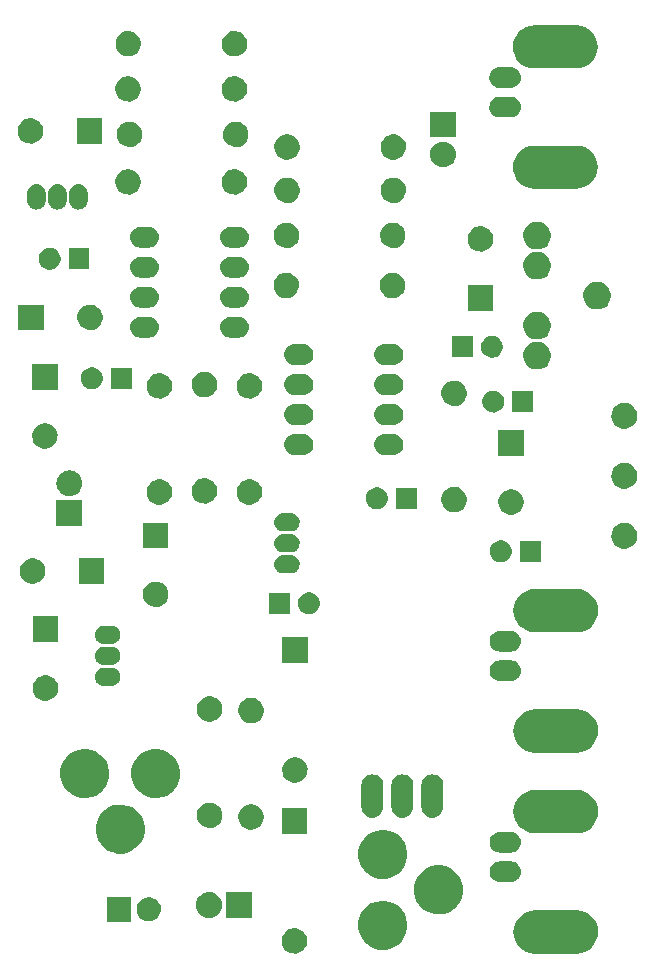
<source format=gbs>
%TF.GenerationSoftware,KiCad,Pcbnew,4.0.5-e0-6337~49~ubuntu16.04.1*%
%TF.CreationDate,2017-02-23T10:11:07-08:00*%
%TF.ProjectId,e202var-vlf-radio-receiver,653230327661722D766C662D72616469,v1.4*%
%TF.FileFunction,Soldermask,Bot*%
%FSLAX46Y46*%
G04 Gerber Fmt 4.6, Leading zero omitted, Abs format (unit mm)*
G04 Created by KiCad (PCBNEW 4.0.5-e0-6337~49~ubuntu16.04.1) date Thu Feb 23 10:11:07 2017*
%MOMM*%
%LPD*%
G01*
G04 APERTURE LIST*
%ADD10C,0.350000*%
G04 APERTURE END LIST*
D10*
G36*
X107734207Y-114272223D02*
X107734213Y-114272224D01*
X107736263Y-114272238D01*
X108090465Y-114311968D01*
X108430204Y-114419740D01*
X108742541Y-114591448D01*
X109015577Y-114820553D01*
X109238913Y-115098327D01*
X109404043Y-115414191D01*
X109504676Y-115756113D01*
X109504679Y-115756149D01*
X109504682Y-115756158D01*
X109536981Y-116111067D01*
X109499730Y-116465493D01*
X109499727Y-116465503D01*
X109499723Y-116465541D01*
X109394326Y-116806024D01*
X109224802Y-117119552D01*
X108997609Y-117394181D01*
X108721401Y-117619451D01*
X108406698Y-117786781D01*
X108065486Y-117889799D01*
X107710764Y-117924580D01*
X104176002Y-117924580D01*
X104152593Y-117924417D01*
X104152587Y-117924416D01*
X104150537Y-117924402D01*
X103796335Y-117884672D01*
X103456596Y-117776900D01*
X103144259Y-117605192D01*
X102871223Y-117376087D01*
X102647887Y-117098313D01*
X102482757Y-116782449D01*
X102382124Y-116440527D01*
X102382121Y-116440491D01*
X102382118Y-116440482D01*
X102349819Y-116085573D01*
X102387070Y-115731147D01*
X102387073Y-115731137D01*
X102387077Y-115731099D01*
X102492474Y-115390616D01*
X102661998Y-115077088D01*
X102889191Y-114802459D01*
X103165399Y-114577189D01*
X103480102Y-114409859D01*
X103821314Y-114306841D01*
X104176036Y-114272060D01*
X107710798Y-114272060D01*
X107734207Y-114272223D01*
X107734207Y-114272223D01*
G37*
G36*
X83932988Y-115765024D02*
X84139626Y-115807441D01*
X84334104Y-115889192D01*
X84508991Y-116007155D01*
X84657636Y-116156841D01*
X84774375Y-116332548D01*
X84854763Y-116527584D01*
X84895669Y-116734174D01*
X84895669Y-116734184D01*
X84895736Y-116734523D01*
X84892372Y-116975472D01*
X84892295Y-116975810D01*
X84892295Y-116975819D01*
X84845637Y-117181187D01*
X84759836Y-117373899D01*
X84638234Y-117546280D01*
X84485466Y-117691759D01*
X84307353Y-117804793D01*
X84110672Y-117881080D01*
X83902927Y-117917712D01*
X83692017Y-117913293D01*
X83485984Y-117867995D01*
X83292672Y-117783538D01*
X83119451Y-117663146D01*
X82972909Y-117511399D01*
X82858633Y-117334076D01*
X82780973Y-117137931D01*
X82742893Y-116930449D01*
X82745838Y-116719515D01*
X82789699Y-116513168D01*
X82872802Y-116319274D01*
X82991985Y-116145212D01*
X83142704Y-115997616D01*
X83319225Y-115882105D01*
X83514819Y-115803079D01*
X83722033Y-115763552D01*
X83932988Y-115765024D01*
X83932988Y-115765024D01*
G37*
G36*
X91531076Y-113446920D02*
X91929916Y-113528791D01*
X92305273Y-113686576D01*
X92642826Y-113914259D01*
X92929728Y-114203170D01*
X93155047Y-114542304D01*
X93310205Y-114918746D01*
X93389222Y-115317809D01*
X93389222Y-115317819D01*
X93389289Y-115318158D01*
X93382795Y-115783216D01*
X93382719Y-115783550D01*
X93382719Y-115783563D01*
X93292590Y-116180265D01*
X93126984Y-116552224D01*
X92892279Y-116884937D01*
X92597422Y-117165726D01*
X92253643Y-117383896D01*
X91874031Y-117531137D01*
X91473057Y-117601840D01*
X91065980Y-117593312D01*
X90668312Y-117505879D01*
X90295201Y-117342871D01*
X89960863Y-117110500D01*
X89678022Y-116817610D01*
X89457458Y-116475360D01*
X89307568Y-116096784D01*
X89234069Y-115696315D01*
X89239753Y-115289189D01*
X89324408Y-114890920D01*
X89484806Y-114516683D01*
X89714841Y-114180725D01*
X90005748Y-113895848D01*
X90346450Y-113672899D01*
X90723967Y-113520372D01*
X91123916Y-113444078D01*
X91531076Y-113446920D01*
X91531076Y-113446920D01*
G37*
G36*
X69987200Y-115249200D02*
X67934800Y-115249200D01*
X67934800Y-113096800D01*
X69987200Y-113096800D01*
X69987200Y-115249200D01*
X69987200Y-115249200D01*
G37*
G36*
X71608790Y-113147481D02*
X71805921Y-113187947D01*
X71991451Y-113265937D01*
X72158292Y-113378473D01*
X72300098Y-113521272D01*
X72411466Y-113688895D01*
X72488156Y-113874958D01*
X72527176Y-114072027D01*
X72527176Y-114072032D01*
X72527244Y-114072376D01*
X72524034Y-114302239D01*
X72523957Y-114302577D01*
X72523957Y-114302586D01*
X72479449Y-114498490D01*
X72397596Y-114682335D01*
X72281588Y-114846786D01*
X72135850Y-114985571D01*
X71965931Y-115093405D01*
X71778299Y-115166182D01*
X71580112Y-115201128D01*
X71378905Y-115196913D01*
X71182351Y-115153699D01*
X70997933Y-115073128D01*
X70832682Y-114958275D01*
X70692882Y-114813509D01*
X70583864Y-114644345D01*
X70509777Y-114457224D01*
X70473449Y-114259288D01*
X70476258Y-114058058D01*
X70518102Y-113861205D01*
X70597380Y-113676232D01*
X70711080Y-113510178D01*
X70854865Y-113369373D01*
X71023265Y-113259176D01*
X71209860Y-113183786D01*
X71407540Y-113146077D01*
X71608790Y-113147481D01*
X71608790Y-113147481D01*
G37*
G36*
X76808190Y-112716817D02*
X76808195Y-112716819D01*
X76808237Y-112716823D01*
X77011865Y-112779856D01*
X77199370Y-112881240D01*
X77363613Y-113017114D01*
X77498337Y-113182301D01*
X77598409Y-113370510D01*
X77660019Y-113574572D01*
X77680820Y-113786715D01*
X77680820Y-113797285D01*
X77680714Y-113812534D01*
X77656953Y-114024366D01*
X77592500Y-114227548D01*
X77489809Y-114414342D01*
X77352792Y-114577632D01*
X77186669Y-114711199D01*
X76997765Y-114809955D01*
X76793278Y-114870139D01*
X76793237Y-114870143D01*
X76793233Y-114870144D01*
X76580997Y-114889459D01*
X76369050Y-114867183D01*
X76369045Y-114867181D01*
X76369003Y-114867177D01*
X76165375Y-114804144D01*
X75977870Y-114702760D01*
X75813627Y-114566886D01*
X75678903Y-114401699D01*
X75578831Y-114213490D01*
X75517221Y-114009428D01*
X75496420Y-113797285D01*
X75496420Y-113786715D01*
X75496526Y-113771466D01*
X75520287Y-113559634D01*
X75584740Y-113356452D01*
X75687431Y-113169658D01*
X75824448Y-113006368D01*
X75990571Y-112872801D01*
X76179475Y-112774045D01*
X76383962Y-112713861D01*
X76384003Y-112713857D01*
X76384007Y-112713856D01*
X76596243Y-112694541D01*
X76808190Y-112716817D01*
X76808190Y-112716817D01*
G37*
G36*
X80220820Y-114884200D02*
X78036420Y-114884200D01*
X78036420Y-112699800D01*
X80220820Y-112699800D01*
X80220820Y-114884200D01*
X80220820Y-114884200D01*
G37*
G36*
X96230076Y-110447180D02*
X96628916Y-110529051D01*
X97004273Y-110686836D01*
X97341826Y-110914519D01*
X97628728Y-111203430D01*
X97854047Y-111542564D01*
X98009205Y-111919006D01*
X98088222Y-112318069D01*
X98088222Y-112318079D01*
X98088289Y-112318418D01*
X98081795Y-112783476D01*
X98081719Y-112783810D01*
X98081719Y-112783823D01*
X97991590Y-113180525D01*
X97825984Y-113552484D01*
X97591279Y-113885197D01*
X97296422Y-114165986D01*
X96952643Y-114384156D01*
X96573031Y-114531397D01*
X96172057Y-114602100D01*
X95764980Y-114593572D01*
X95367312Y-114506139D01*
X94994201Y-114343131D01*
X94659863Y-114110760D01*
X94377022Y-113817870D01*
X94156458Y-113475620D01*
X94006568Y-113097044D01*
X93933069Y-112696575D01*
X93938753Y-112289449D01*
X94023408Y-111891180D01*
X94183806Y-111516943D01*
X94413841Y-111180985D01*
X94704748Y-110896108D01*
X95045450Y-110673159D01*
X95422967Y-110520632D01*
X95822916Y-110444338D01*
X96230076Y-110447180D01*
X96230076Y-110447180D01*
G37*
G36*
X102139594Y-110121734D02*
X102146970Y-110121785D01*
X102316928Y-110140849D01*
X102479946Y-110192562D01*
X102629816Y-110274953D01*
X102760827Y-110384885D01*
X102867992Y-110518170D01*
X102947226Y-110669732D01*
X102995513Y-110833798D01*
X102995516Y-110833829D01*
X102995520Y-110833843D01*
X103011015Y-111004114D01*
X102993143Y-111174157D01*
X102993142Y-111174162D01*
X102993137Y-111174205D01*
X102942564Y-111337580D01*
X102861221Y-111488021D01*
X102752206Y-111619797D01*
X102619672Y-111727889D01*
X102468667Y-111808180D01*
X102304943Y-111857611D01*
X102134735Y-111874300D01*
X101222708Y-111874300D01*
X101217886Y-111874266D01*
X101210510Y-111874215D01*
X101040552Y-111855151D01*
X100877534Y-111803438D01*
X100727664Y-111721047D01*
X100596653Y-111611115D01*
X100489488Y-111477830D01*
X100410254Y-111326268D01*
X100361967Y-111162202D01*
X100361964Y-111162171D01*
X100361960Y-111162157D01*
X100346465Y-110991886D01*
X100364337Y-110821843D01*
X100364338Y-110821838D01*
X100364343Y-110821795D01*
X100414916Y-110658420D01*
X100496259Y-110507979D01*
X100605274Y-110376203D01*
X100737808Y-110268111D01*
X100888813Y-110187820D01*
X101052537Y-110138389D01*
X101222745Y-110121700D01*
X102134772Y-110121700D01*
X102139594Y-110121734D01*
X102139594Y-110121734D01*
G37*
G36*
X91531076Y-107447440D02*
X91929916Y-107529311D01*
X92305273Y-107687096D01*
X92642826Y-107914779D01*
X92929728Y-108203690D01*
X93155047Y-108542824D01*
X93310205Y-108919266D01*
X93389222Y-109318329D01*
X93389222Y-109318339D01*
X93389289Y-109318678D01*
X93382795Y-109783736D01*
X93382719Y-109784070D01*
X93382719Y-109784083D01*
X93292590Y-110180785D01*
X93126984Y-110552744D01*
X92892279Y-110885457D01*
X92597422Y-111166246D01*
X92253643Y-111384416D01*
X91874031Y-111531657D01*
X91473057Y-111602360D01*
X91065980Y-111593832D01*
X90668312Y-111506399D01*
X90295201Y-111343391D01*
X89960863Y-111111020D01*
X89678022Y-110818130D01*
X89457458Y-110475880D01*
X89307568Y-110097304D01*
X89234069Y-109696835D01*
X89239753Y-109289709D01*
X89324408Y-108891440D01*
X89484806Y-108517203D01*
X89714841Y-108181245D01*
X90005748Y-107896368D01*
X90346450Y-107673419D01*
X90723967Y-107520892D01*
X91123916Y-107444598D01*
X91531076Y-107447440D01*
X91531076Y-107447440D01*
G37*
G36*
X69290836Y-105303680D02*
X69689676Y-105385551D01*
X70065033Y-105543336D01*
X70402586Y-105771019D01*
X70689488Y-106059930D01*
X70914807Y-106399064D01*
X71069965Y-106775506D01*
X71148982Y-107174569D01*
X71148982Y-107174579D01*
X71149049Y-107174918D01*
X71142555Y-107639976D01*
X71142479Y-107640310D01*
X71142479Y-107640323D01*
X71052350Y-108037025D01*
X70886744Y-108408984D01*
X70652039Y-108741697D01*
X70357182Y-109022486D01*
X70013403Y-109240656D01*
X69633791Y-109387897D01*
X69232817Y-109458600D01*
X68825740Y-109450072D01*
X68428072Y-109362639D01*
X68054961Y-109199631D01*
X67720623Y-108967260D01*
X67437782Y-108674370D01*
X67217218Y-108332120D01*
X67067328Y-107953544D01*
X66993829Y-107553075D01*
X66999513Y-107145949D01*
X67084168Y-106747680D01*
X67244566Y-106373443D01*
X67474601Y-106037485D01*
X67765508Y-105752608D01*
X68106210Y-105529659D01*
X68483727Y-105377132D01*
X68883676Y-105300838D01*
X69290836Y-105303680D01*
X69290836Y-105303680D01*
G37*
G36*
X102139594Y-107622374D02*
X102146970Y-107622425D01*
X102316928Y-107641489D01*
X102479946Y-107693202D01*
X102629816Y-107775593D01*
X102760827Y-107885525D01*
X102867992Y-108018810D01*
X102947226Y-108170372D01*
X102995513Y-108334438D01*
X102995516Y-108334469D01*
X102995520Y-108334483D01*
X103011015Y-108504754D01*
X102993143Y-108674797D01*
X102993142Y-108674802D01*
X102993137Y-108674845D01*
X102942564Y-108838220D01*
X102861221Y-108988661D01*
X102752206Y-109120437D01*
X102619672Y-109228529D01*
X102468667Y-109308820D01*
X102304943Y-109358251D01*
X102134735Y-109374940D01*
X101222708Y-109374940D01*
X101217886Y-109374906D01*
X101210510Y-109374855D01*
X101040552Y-109355791D01*
X100877534Y-109304078D01*
X100727664Y-109221687D01*
X100596653Y-109111755D01*
X100489488Y-108978470D01*
X100410254Y-108826908D01*
X100361967Y-108662842D01*
X100361964Y-108662811D01*
X100361960Y-108662797D01*
X100346465Y-108492526D01*
X100364337Y-108322483D01*
X100364338Y-108322478D01*
X100364343Y-108322435D01*
X100414916Y-108159060D01*
X100496259Y-108008619D01*
X100605274Y-107876843D01*
X100737808Y-107768751D01*
X100888813Y-107688460D01*
X101052537Y-107639029D01*
X101222745Y-107622340D01*
X102134772Y-107622340D01*
X102139594Y-107622374D01*
X102139594Y-107622374D01*
G37*
G36*
X84895690Y-107755690D02*
X82744310Y-107755690D01*
X82744310Y-105604310D01*
X84895690Y-105604310D01*
X84895690Y-107755690D01*
X84895690Y-107755690D01*
G37*
G36*
X107734207Y-104074123D02*
X107734213Y-104074124D01*
X107736263Y-104074138D01*
X108090465Y-104113868D01*
X108430204Y-104221640D01*
X108742541Y-104393348D01*
X109015577Y-104622453D01*
X109238913Y-104900227D01*
X109404043Y-105216091D01*
X109504676Y-105558013D01*
X109504679Y-105558049D01*
X109504682Y-105558058D01*
X109536981Y-105912967D01*
X109499730Y-106267393D01*
X109499727Y-106267403D01*
X109499723Y-106267441D01*
X109394326Y-106607924D01*
X109224802Y-106921452D01*
X108997609Y-107196081D01*
X108721401Y-107421351D01*
X108406698Y-107588681D01*
X108065486Y-107691699D01*
X107710764Y-107726480D01*
X104176002Y-107726480D01*
X104152593Y-107726317D01*
X104152587Y-107726316D01*
X104150537Y-107726302D01*
X103796335Y-107686572D01*
X103456596Y-107578800D01*
X103144259Y-107407092D01*
X102871223Y-107177987D01*
X102647887Y-106900213D01*
X102482757Y-106584349D01*
X102382124Y-106242427D01*
X102382121Y-106242391D01*
X102382118Y-106242382D01*
X102349819Y-105887473D01*
X102387070Y-105533047D01*
X102387073Y-105533037D01*
X102387077Y-105532999D01*
X102492474Y-105192516D01*
X102661998Y-104878988D01*
X102889191Y-104604359D01*
X103165399Y-104379089D01*
X103480102Y-104211759D01*
X103821314Y-104108741D01*
X104176036Y-104073960D01*
X107710798Y-104073960D01*
X107734207Y-104074123D01*
X107734207Y-104074123D01*
G37*
G36*
X80249988Y-105270524D02*
X80456626Y-105312941D01*
X80651104Y-105394692D01*
X80825991Y-105512655D01*
X80974636Y-105662341D01*
X81091375Y-105838048D01*
X81171763Y-106033084D01*
X81212669Y-106239674D01*
X81212669Y-106239684D01*
X81212736Y-106240023D01*
X81209372Y-106480972D01*
X81209295Y-106481310D01*
X81209295Y-106481319D01*
X81162637Y-106686687D01*
X81076836Y-106879399D01*
X80955234Y-107051780D01*
X80802466Y-107197259D01*
X80624353Y-107310293D01*
X80427672Y-107386580D01*
X80219927Y-107423212D01*
X80009017Y-107418793D01*
X79802984Y-107373495D01*
X79609672Y-107289038D01*
X79436451Y-107168646D01*
X79289909Y-107016899D01*
X79175633Y-106839576D01*
X79097973Y-106643431D01*
X79059893Y-106435949D01*
X79062838Y-106225015D01*
X79106699Y-106018668D01*
X79189802Y-105824774D01*
X79308985Y-105650712D01*
X79459704Y-105503116D01*
X79636225Y-105387605D01*
X79831819Y-105308579D01*
X80039033Y-105269052D01*
X80249988Y-105270524D01*
X80249988Y-105270524D01*
G37*
G36*
X76757488Y-105143524D02*
X76964126Y-105185941D01*
X77158604Y-105267692D01*
X77333491Y-105385655D01*
X77482136Y-105535341D01*
X77598875Y-105711048D01*
X77679263Y-105906084D01*
X77720169Y-106112674D01*
X77720169Y-106112684D01*
X77720236Y-106113023D01*
X77716872Y-106353972D01*
X77716795Y-106354310D01*
X77716795Y-106354319D01*
X77670137Y-106559687D01*
X77584336Y-106752399D01*
X77462734Y-106924780D01*
X77309966Y-107070259D01*
X77131853Y-107183293D01*
X76935172Y-107259580D01*
X76727427Y-107296212D01*
X76516517Y-107291793D01*
X76310484Y-107246495D01*
X76117172Y-107162038D01*
X75943951Y-107041646D01*
X75797409Y-106889899D01*
X75683133Y-106712576D01*
X75605473Y-106516431D01*
X75567393Y-106308949D01*
X75570338Y-106098015D01*
X75614199Y-105891668D01*
X75697302Y-105697774D01*
X75816485Y-105523712D01*
X75967204Y-105376116D01*
X76143725Y-105260605D01*
X76339319Y-105181579D01*
X76546533Y-105142052D01*
X76757488Y-105143524D01*
X76757488Y-105143524D01*
G37*
G36*
X95690117Y-102768307D02*
X95690127Y-102768310D01*
X95690164Y-102768314D01*
X95862774Y-102821745D01*
X96021718Y-102907686D01*
X96160942Y-103022863D01*
X96275143Y-103162888D01*
X96359972Y-103322428D01*
X96412198Y-103495406D01*
X96429830Y-103675234D01*
X96429830Y-105493802D01*
X96429755Y-105504637D01*
X96429754Y-105504644D01*
X96429740Y-105506693D01*
X96409598Y-105686257D01*
X96354963Y-105858489D01*
X96267915Y-106016829D01*
X96151769Y-106155246D01*
X96010950Y-106268468D01*
X95850822Y-106352181D01*
X95677483Y-106403197D01*
X95677447Y-106403200D01*
X95677438Y-106403203D01*
X95497539Y-106419575D01*
X95317883Y-106400693D01*
X95317873Y-106400690D01*
X95317836Y-106400686D01*
X95145226Y-106347255D01*
X94986282Y-106261314D01*
X94847058Y-106146137D01*
X94732857Y-106006112D01*
X94648028Y-105846572D01*
X94595802Y-105673594D01*
X94578170Y-105493766D01*
X94578170Y-103675198D01*
X94578245Y-103664363D01*
X94578246Y-103664356D01*
X94578260Y-103662307D01*
X94598402Y-103482743D01*
X94653037Y-103310511D01*
X94740085Y-103152171D01*
X94856231Y-103013754D01*
X94997050Y-102900532D01*
X95157178Y-102816819D01*
X95330517Y-102765803D01*
X95330553Y-102765800D01*
X95330562Y-102765797D01*
X95510461Y-102749425D01*
X95690117Y-102768307D01*
X95690117Y-102768307D01*
G37*
G36*
X93150117Y-102768307D02*
X93150127Y-102768310D01*
X93150164Y-102768314D01*
X93322774Y-102821745D01*
X93481718Y-102907686D01*
X93620942Y-103022863D01*
X93735143Y-103162888D01*
X93819972Y-103322428D01*
X93872198Y-103495406D01*
X93889830Y-103675234D01*
X93889830Y-105493802D01*
X93889755Y-105504637D01*
X93889754Y-105504644D01*
X93889740Y-105506693D01*
X93869598Y-105686257D01*
X93814963Y-105858489D01*
X93727915Y-106016829D01*
X93611769Y-106155246D01*
X93470950Y-106268468D01*
X93310822Y-106352181D01*
X93137483Y-106403197D01*
X93137447Y-106403200D01*
X93137438Y-106403203D01*
X92957539Y-106419575D01*
X92777883Y-106400693D01*
X92777873Y-106400690D01*
X92777836Y-106400686D01*
X92605226Y-106347255D01*
X92446282Y-106261314D01*
X92307058Y-106146137D01*
X92192857Y-106006112D01*
X92108028Y-105846572D01*
X92055802Y-105673594D01*
X92038170Y-105493766D01*
X92038170Y-103675198D01*
X92038245Y-103664363D01*
X92038246Y-103664356D01*
X92038260Y-103662307D01*
X92058402Y-103482743D01*
X92113037Y-103310511D01*
X92200085Y-103152171D01*
X92316231Y-103013754D01*
X92457050Y-102900532D01*
X92617178Y-102816819D01*
X92790517Y-102765803D01*
X92790553Y-102765800D01*
X92790562Y-102765797D01*
X92970461Y-102749425D01*
X93150117Y-102768307D01*
X93150117Y-102768307D01*
G37*
G36*
X90610117Y-102768307D02*
X90610127Y-102768310D01*
X90610164Y-102768314D01*
X90782774Y-102821745D01*
X90941718Y-102907686D01*
X91080942Y-103022863D01*
X91195143Y-103162888D01*
X91279972Y-103322428D01*
X91332198Y-103495406D01*
X91349830Y-103675234D01*
X91349830Y-105493802D01*
X91349755Y-105504637D01*
X91349754Y-105504644D01*
X91349740Y-105506693D01*
X91329598Y-105686257D01*
X91274963Y-105858489D01*
X91187915Y-106016829D01*
X91071769Y-106155246D01*
X90930950Y-106268468D01*
X90770822Y-106352181D01*
X90597483Y-106403197D01*
X90597447Y-106403200D01*
X90597438Y-106403203D01*
X90417539Y-106419575D01*
X90237883Y-106400693D01*
X90237873Y-106400690D01*
X90237836Y-106400686D01*
X90065226Y-106347255D01*
X89906282Y-106261314D01*
X89767058Y-106146137D01*
X89652857Y-106006112D01*
X89568028Y-105846572D01*
X89515802Y-105673594D01*
X89498170Y-105493766D01*
X89498170Y-103675198D01*
X89498245Y-103664363D01*
X89498246Y-103664356D01*
X89498260Y-103662307D01*
X89518402Y-103482743D01*
X89573037Y-103310511D01*
X89660085Y-103152171D01*
X89776231Y-103013754D01*
X89917050Y-102900532D01*
X90077178Y-102816819D01*
X90250517Y-102765803D01*
X90250553Y-102765800D01*
X90250562Y-102765797D01*
X90430461Y-102749425D01*
X90610117Y-102768307D01*
X90610117Y-102768307D01*
G37*
G36*
X66291096Y-100604680D02*
X66689936Y-100686551D01*
X67065293Y-100844336D01*
X67402846Y-101072019D01*
X67689748Y-101360930D01*
X67915067Y-101700064D01*
X68070225Y-102076506D01*
X68149242Y-102475569D01*
X68149242Y-102475579D01*
X68149309Y-102475918D01*
X68142815Y-102940976D01*
X68142739Y-102941310D01*
X68142739Y-102941323D01*
X68052610Y-103338025D01*
X67887004Y-103709984D01*
X67652299Y-104042697D01*
X67357442Y-104323486D01*
X67013663Y-104541656D01*
X66634051Y-104688897D01*
X66233077Y-104759600D01*
X65826000Y-104751072D01*
X65428332Y-104663639D01*
X65055221Y-104500631D01*
X64720883Y-104268260D01*
X64438042Y-103975370D01*
X64217478Y-103633120D01*
X64067588Y-103254544D01*
X63994089Y-102854075D01*
X63999773Y-102446949D01*
X64084428Y-102048680D01*
X64244826Y-101674443D01*
X64474861Y-101338485D01*
X64765768Y-101053608D01*
X65106470Y-100830659D01*
X65483987Y-100678132D01*
X65883936Y-100601838D01*
X66291096Y-100604680D01*
X66291096Y-100604680D01*
G37*
G36*
X72290576Y-100604680D02*
X72689416Y-100686551D01*
X73064773Y-100844336D01*
X73402326Y-101072019D01*
X73689228Y-101360930D01*
X73914547Y-101700064D01*
X74069705Y-102076506D01*
X74148722Y-102475569D01*
X74148722Y-102475579D01*
X74148789Y-102475918D01*
X74142295Y-102940976D01*
X74142219Y-102941310D01*
X74142219Y-102941323D01*
X74052090Y-103338025D01*
X73886484Y-103709984D01*
X73651779Y-104042697D01*
X73356922Y-104323486D01*
X73013143Y-104541656D01*
X72633531Y-104688897D01*
X72232557Y-104759600D01*
X71825480Y-104751072D01*
X71427812Y-104663639D01*
X71054701Y-104500631D01*
X70720363Y-104268260D01*
X70437522Y-103975370D01*
X70216958Y-103633120D01*
X70067068Y-103254544D01*
X69993569Y-102854075D01*
X69999253Y-102446949D01*
X70083908Y-102048680D01*
X70244306Y-101674443D01*
X70474341Y-101338485D01*
X70765248Y-101053608D01*
X71105950Y-100830659D01*
X71483467Y-100678132D01*
X71883416Y-100601838D01*
X72290576Y-100604680D01*
X72290576Y-100604680D01*
G37*
G36*
X83968548Y-101299724D02*
X84175186Y-101342141D01*
X84369664Y-101423892D01*
X84544551Y-101541855D01*
X84693196Y-101691541D01*
X84809935Y-101867248D01*
X84890323Y-102062284D01*
X84931229Y-102268874D01*
X84931229Y-102268884D01*
X84931296Y-102269223D01*
X84927932Y-102510172D01*
X84927855Y-102510510D01*
X84927855Y-102510519D01*
X84881197Y-102715887D01*
X84795396Y-102908599D01*
X84673794Y-103080980D01*
X84521026Y-103226459D01*
X84342913Y-103339493D01*
X84146232Y-103415780D01*
X83938487Y-103452412D01*
X83727577Y-103447993D01*
X83521544Y-103402695D01*
X83328232Y-103318238D01*
X83155011Y-103197846D01*
X83008469Y-103046099D01*
X82894193Y-102868776D01*
X82816533Y-102672631D01*
X82778453Y-102465149D01*
X82781398Y-102254215D01*
X82825259Y-102047868D01*
X82908362Y-101853974D01*
X83027545Y-101679912D01*
X83178264Y-101532316D01*
X83354785Y-101416805D01*
X83550379Y-101337779D01*
X83757593Y-101298252D01*
X83968548Y-101299724D01*
X83968548Y-101299724D01*
G37*
G36*
X107734207Y-97254223D02*
X107734213Y-97254224D01*
X107736263Y-97254238D01*
X108090465Y-97293968D01*
X108430204Y-97401740D01*
X108742541Y-97573448D01*
X109015577Y-97802553D01*
X109238913Y-98080327D01*
X109404043Y-98396191D01*
X109504676Y-98738113D01*
X109504679Y-98738149D01*
X109504682Y-98738158D01*
X109536981Y-99093067D01*
X109499730Y-99447493D01*
X109499727Y-99447503D01*
X109499723Y-99447541D01*
X109394326Y-99788024D01*
X109224802Y-100101552D01*
X108997609Y-100376181D01*
X108721401Y-100601451D01*
X108406698Y-100768781D01*
X108065486Y-100871799D01*
X107710764Y-100906580D01*
X104176002Y-100906580D01*
X104152593Y-100906417D01*
X104152587Y-100906416D01*
X104150537Y-100906402D01*
X103796335Y-100866672D01*
X103456596Y-100758900D01*
X103144259Y-100587192D01*
X102871223Y-100358087D01*
X102647887Y-100080313D01*
X102482757Y-99764449D01*
X102382124Y-99422527D01*
X102382121Y-99422491D01*
X102382118Y-99422482D01*
X102349819Y-99067573D01*
X102387070Y-98713147D01*
X102387073Y-98713137D01*
X102387077Y-98713099D01*
X102492474Y-98372616D01*
X102661998Y-98059088D01*
X102889191Y-97784459D01*
X103165399Y-97559189D01*
X103480102Y-97391859D01*
X103821314Y-97288841D01*
X104176036Y-97254060D01*
X107710798Y-97254060D01*
X107734207Y-97254223D01*
X107734207Y-97254223D01*
G37*
G36*
X80249988Y-96270524D02*
X80456626Y-96312941D01*
X80651104Y-96394692D01*
X80825991Y-96512655D01*
X80974636Y-96662341D01*
X81091375Y-96838048D01*
X81171763Y-97033084D01*
X81212669Y-97239674D01*
X81212669Y-97239684D01*
X81212736Y-97240023D01*
X81209372Y-97480972D01*
X81209295Y-97481310D01*
X81209295Y-97481319D01*
X81162637Y-97686687D01*
X81076836Y-97879399D01*
X80955234Y-98051780D01*
X80802466Y-98197259D01*
X80624353Y-98310293D01*
X80427672Y-98386580D01*
X80219927Y-98423212D01*
X80009017Y-98418793D01*
X79802984Y-98373495D01*
X79609672Y-98289038D01*
X79436451Y-98168646D01*
X79289909Y-98016899D01*
X79175633Y-97839576D01*
X79097973Y-97643431D01*
X79059893Y-97435949D01*
X79062838Y-97225015D01*
X79106699Y-97018668D01*
X79189802Y-96824774D01*
X79308985Y-96650712D01*
X79459704Y-96503116D01*
X79636225Y-96387605D01*
X79831819Y-96308579D01*
X80039033Y-96269052D01*
X80249988Y-96270524D01*
X80249988Y-96270524D01*
G37*
G36*
X76757488Y-96143524D02*
X76964126Y-96185941D01*
X77158604Y-96267692D01*
X77333491Y-96385655D01*
X77482136Y-96535341D01*
X77598875Y-96711048D01*
X77679263Y-96906084D01*
X77720169Y-97112674D01*
X77720169Y-97112684D01*
X77720236Y-97113023D01*
X77716872Y-97353972D01*
X77716795Y-97354310D01*
X77716795Y-97354319D01*
X77670137Y-97559687D01*
X77584336Y-97752399D01*
X77462734Y-97924780D01*
X77309966Y-98070259D01*
X77131853Y-98183293D01*
X76935172Y-98259580D01*
X76727427Y-98296212D01*
X76516517Y-98291793D01*
X76310484Y-98246495D01*
X76117172Y-98162038D01*
X75943951Y-98041646D01*
X75797409Y-97889899D01*
X75683133Y-97712576D01*
X75605473Y-97516431D01*
X75567393Y-97308949D01*
X75570338Y-97098015D01*
X75614199Y-96891668D01*
X75697302Y-96697774D01*
X75816485Y-96523712D01*
X75967204Y-96376116D01*
X76143725Y-96260605D01*
X76339319Y-96181579D01*
X76546533Y-96142052D01*
X76757488Y-96143524D01*
X76757488Y-96143524D01*
G37*
G36*
X62851042Y-94365015D02*
X63057777Y-94407452D01*
X63252347Y-94489241D01*
X63427318Y-94607261D01*
X63576033Y-94757018D01*
X63692827Y-94932808D01*
X63773253Y-95127936D01*
X63814178Y-95334624D01*
X63814178Y-95334629D01*
X63814246Y-95334973D01*
X63810880Y-95576036D01*
X63810803Y-95576374D01*
X63810803Y-95576383D01*
X63764122Y-95781849D01*
X63678281Y-95974652D01*
X63556621Y-96147115D01*
X63403782Y-96292662D01*
X63225584Y-96405750D01*
X63028810Y-96482073D01*
X62820967Y-96518722D01*
X62609957Y-96514302D01*
X62403825Y-96468981D01*
X62210422Y-96384485D01*
X62037119Y-96264036D01*
X61890508Y-96112217D01*
X61776178Y-95934810D01*
X61698481Y-95738572D01*
X61660384Y-95530992D01*
X61663330Y-95319958D01*
X61707211Y-95113513D01*
X61790353Y-94919528D01*
X61909593Y-94745383D01*
X62060384Y-94597717D01*
X62236988Y-94482151D01*
X62432675Y-94403088D01*
X62639987Y-94363542D01*
X62851042Y-94365015D01*
X62851042Y-94365015D01*
G37*
G36*
X68322484Y-93712061D02*
X68322489Y-93712062D01*
X68324541Y-93712076D01*
X68475045Y-93728957D01*
X68619405Y-93774751D01*
X68752120Y-93847712D01*
X68868137Y-93945061D01*
X68963035Y-94063091D01*
X69033201Y-94197305D01*
X69075961Y-94342592D01*
X69075964Y-94342628D01*
X69075967Y-94342637D01*
X69089689Y-94493415D01*
X69073863Y-94643989D01*
X69073860Y-94643999D01*
X69073856Y-94644036D01*
X69029072Y-94788712D01*
X68957039Y-94921934D01*
X68860502Y-95038627D01*
X68743138Y-95134347D01*
X68609417Y-95205448D01*
X68464432Y-95249221D01*
X68313706Y-95264000D01*
X67703261Y-95264000D01*
X67694516Y-95263939D01*
X67694511Y-95263938D01*
X67692459Y-95263924D01*
X67541955Y-95247043D01*
X67397595Y-95201249D01*
X67264880Y-95128288D01*
X67148863Y-95030939D01*
X67053965Y-94912909D01*
X66983799Y-94778695D01*
X66941039Y-94633408D01*
X66941036Y-94633372D01*
X66941033Y-94633363D01*
X66927311Y-94482585D01*
X66943137Y-94332011D01*
X66943140Y-94332001D01*
X66943144Y-94331964D01*
X66987928Y-94187288D01*
X67059961Y-94054066D01*
X67156498Y-93937373D01*
X67273862Y-93841653D01*
X67407583Y-93770552D01*
X67552568Y-93726779D01*
X67703294Y-93712000D01*
X68313739Y-93712000D01*
X68322484Y-93712061D01*
X68322484Y-93712061D01*
G37*
G36*
X102139594Y-93103734D02*
X102146970Y-93103785D01*
X102316928Y-93122849D01*
X102479946Y-93174562D01*
X102629816Y-93256953D01*
X102760827Y-93366885D01*
X102867992Y-93500170D01*
X102947226Y-93651732D01*
X102995513Y-93815798D01*
X102995516Y-93815829D01*
X102995520Y-93815843D01*
X103011015Y-93986114D01*
X102993143Y-94156157D01*
X102993142Y-94156162D01*
X102993137Y-94156205D01*
X102942564Y-94319580D01*
X102861221Y-94470021D01*
X102752206Y-94601797D01*
X102619672Y-94709889D01*
X102468667Y-94790180D01*
X102304943Y-94839611D01*
X102134735Y-94856300D01*
X101222708Y-94856300D01*
X101217886Y-94856266D01*
X101210510Y-94856215D01*
X101040552Y-94837151D01*
X100877534Y-94785438D01*
X100727664Y-94703047D01*
X100596653Y-94593115D01*
X100489488Y-94459830D01*
X100410254Y-94308268D01*
X100361967Y-94144202D01*
X100361964Y-94144171D01*
X100361960Y-94144157D01*
X100346465Y-93973886D01*
X100364337Y-93803843D01*
X100364338Y-93803838D01*
X100364343Y-93803795D01*
X100414916Y-93640420D01*
X100496259Y-93489979D01*
X100605274Y-93358203D01*
X100737808Y-93250111D01*
X100888813Y-93169820D01*
X101052537Y-93120389D01*
X101222745Y-93103700D01*
X102134772Y-93103700D01*
X102139594Y-93103734D01*
X102139594Y-93103734D01*
G37*
G36*
X68322484Y-91934061D02*
X68322489Y-91934062D01*
X68324541Y-91934076D01*
X68475045Y-91950957D01*
X68619405Y-91996751D01*
X68752120Y-92069712D01*
X68868137Y-92167061D01*
X68963035Y-92285091D01*
X69033201Y-92419305D01*
X69075961Y-92564592D01*
X69075964Y-92564628D01*
X69075967Y-92564637D01*
X69089689Y-92715415D01*
X69073863Y-92865989D01*
X69073860Y-92865999D01*
X69073856Y-92866036D01*
X69029072Y-93010712D01*
X68957039Y-93143934D01*
X68860502Y-93260627D01*
X68743138Y-93356347D01*
X68609417Y-93427448D01*
X68464432Y-93471221D01*
X68313706Y-93486000D01*
X67703261Y-93486000D01*
X67694516Y-93485939D01*
X67694511Y-93485938D01*
X67692459Y-93485924D01*
X67541955Y-93469043D01*
X67397595Y-93423249D01*
X67264880Y-93350288D01*
X67148863Y-93252939D01*
X67053965Y-93134909D01*
X66983799Y-93000695D01*
X66941039Y-92855408D01*
X66941036Y-92855372D01*
X66941033Y-92855363D01*
X66927311Y-92704585D01*
X66943137Y-92554011D01*
X66943140Y-92554001D01*
X66943144Y-92553964D01*
X66987928Y-92409288D01*
X67059961Y-92276066D01*
X67156498Y-92159373D01*
X67273862Y-92063653D01*
X67407583Y-91992552D01*
X67552568Y-91948779D01*
X67703294Y-91934000D01*
X68313739Y-91934000D01*
X68322484Y-91934061D01*
X68322484Y-91934061D01*
G37*
G36*
X84931250Y-93290390D02*
X82779870Y-93290390D01*
X82779870Y-91139010D01*
X84931250Y-91139010D01*
X84931250Y-93290390D01*
X84931250Y-93290390D01*
G37*
G36*
X102139594Y-90604374D02*
X102146970Y-90604425D01*
X102316928Y-90623489D01*
X102479946Y-90675202D01*
X102629816Y-90757593D01*
X102760827Y-90867525D01*
X102867992Y-91000810D01*
X102947226Y-91152372D01*
X102995513Y-91316438D01*
X102995516Y-91316469D01*
X102995520Y-91316483D01*
X103011015Y-91486754D01*
X102993143Y-91656797D01*
X102993142Y-91656802D01*
X102993137Y-91656845D01*
X102942564Y-91820220D01*
X102861221Y-91970661D01*
X102752206Y-92102437D01*
X102619672Y-92210529D01*
X102468667Y-92290820D01*
X102304943Y-92340251D01*
X102134735Y-92356940D01*
X101222708Y-92356940D01*
X101217886Y-92356906D01*
X101210510Y-92356855D01*
X101040552Y-92337791D01*
X100877534Y-92286078D01*
X100727664Y-92203687D01*
X100596653Y-92093755D01*
X100489488Y-91960470D01*
X100410254Y-91808908D01*
X100361967Y-91644842D01*
X100361964Y-91644811D01*
X100361960Y-91644797D01*
X100346465Y-91474526D01*
X100364337Y-91304483D01*
X100364338Y-91304478D01*
X100364343Y-91304435D01*
X100414916Y-91141060D01*
X100496259Y-90990619D01*
X100605274Y-90858843D01*
X100737808Y-90750751D01*
X100888813Y-90670460D01*
X101052537Y-90621029D01*
X101222745Y-90604340D01*
X102134772Y-90604340D01*
X102139594Y-90604374D01*
X102139594Y-90604374D01*
G37*
G36*
X68322484Y-90156061D02*
X68322489Y-90156062D01*
X68324541Y-90156076D01*
X68475045Y-90172957D01*
X68619405Y-90218751D01*
X68752120Y-90291712D01*
X68868137Y-90389061D01*
X68963035Y-90507091D01*
X69033201Y-90641305D01*
X69075961Y-90786592D01*
X69075964Y-90786628D01*
X69075967Y-90786637D01*
X69089689Y-90937415D01*
X69073863Y-91087989D01*
X69073860Y-91087999D01*
X69073856Y-91088036D01*
X69029072Y-91232712D01*
X68957039Y-91365934D01*
X68860502Y-91482627D01*
X68743138Y-91578347D01*
X68609417Y-91649448D01*
X68464432Y-91693221D01*
X68313706Y-91708000D01*
X67703261Y-91708000D01*
X67694516Y-91707939D01*
X67694511Y-91707938D01*
X67692459Y-91707924D01*
X67541955Y-91691043D01*
X67397595Y-91645249D01*
X67264880Y-91572288D01*
X67148863Y-91474939D01*
X67053965Y-91356909D01*
X66983799Y-91222695D01*
X66941039Y-91077408D01*
X66941036Y-91077372D01*
X66941033Y-91077363D01*
X66927311Y-90926585D01*
X66943137Y-90776011D01*
X66943140Y-90776001D01*
X66943144Y-90775964D01*
X66987928Y-90631288D01*
X67059961Y-90498066D01*
X67156498Y-90381373D01*
X67273862Y-90285653D01*
X67407583Y-90214552D01*
X67552568Y-90170779D01*
X67703294Y-90156000D01*
X68313739Y-90156000D01*
X68322484Y-90156061D01*
X68322484Y-90156061D01*
G37*
G36*
X63814200Y-91516700D02*
X61661800Y-91516700D01*
X61661800Y-89364300D01*
X63814200Y-89364300D01*
X63814200Y-91516700D01*
X63814200Y-91516700D01*
G37*
G36*
X107734207Y-87056123D02*
X107734213Y-87056124D01*
X107736263Y-87056138D01*
X108090465Y-87095868D01*
X108430204Y-87203640D01*
X108742541Y-87375348D01*
X109015577Y-87604453D01*
X109238913Y-87882227D01*
X109404043Y-88198091D01*
X109504676Y-88540013D01*
X109504679Y-88540049D01*
X109504682Y-88540058D01*
X109536981Y-88894967D01*
X109499730Y-89249393D01*
X109499727Y-89249403D01*
X109499723Y-89249441D01*
X109394326Y-89589924D01*
X109224802Y-89903452D01*
X108997609Y-90178081D01*
X108721401Y-90403351D01*
X108406698Y-90570681D01*
X108065486Y-90673699D01*
X107710764Y-90708480D01*
X104176002Y-90708480D01*
X104152593Y-90708317D01*
X104152587Y-90708316D01*
X104150537Y-90708302D01*
X103796335Y-90668572D01*
X103456596Y-90560800D01*
X103144259Y-90389092D01*
X102871223Y-90159987D01*
X102647887Y-89882213D01*
X102482757Y-89566349D01*
X102382124Y-89224427D01*
X102382121Y-89224391D01*
X102382118Y-89224382D01*
X102349819Y-88869473D01*
X102387070Y-88515047D01*
X102387073Y-88515037D01*
X102387077Y-88514999D01*
X102492474Y-88174516D01*
X102661998Y-87860988D01*
X102889191Y-87586359D01*
X103165399Y-87361089D01*
X103480102Y-87193759D01*
X103821314Y-87090741D01*
X104176036Y-87055960D01*
X107710798Y-87055960D01*
X107734207Y-87056123D01*
X107734207Y-87056123D01*
G37*
G36*
X85147286Y-87339415D02*
X85325207Y-87375937D01*
X85492658Y-87446327D01*
X85643241Y-87547897D01*
X85771229Y-87676781D01*
X85871743Y-87828069D01*
X85940962Y-87996005D01*
X85976172Y-88173827D01*
X85976172Y-88173842D01*
X85976239Y-88174181D01*
X85973342Y-88381645D01*
X85973266Y-88381979D01*
X85973266Y-88381992D01*
X85933102Y-88558772D01*
X85859226Y-88724702D01*
X85754523Y-88873127D01*
X85622985Y-88998388D01*
X85469623Y-89095716D01*
X85300279Y-89161400D01*
X85121403Y-89192941D01*
X84939804Y-89189136D01*
X84762402Y-89150132D01*
X84595955Y-89077413D01*
X84446807Y-88973753D01*
X84320631Y-88843094D01*
X84222236Y-88690413D01*
X84155368Y-88521527D01*
X84122581Y-88342880D01*
X84125116Y-88161259D01*
X84162882Y-87983588D01*
X84234435Y-87816640D01*
X84337055Y-87666768D01*
X84466829Y-87539684D01*
X84618819Y-87440225D01*
X84787231Y-87372182D01*
X84965648Y-87338147D01*
X85147286Y-87339415D01*
X85147286Y-87339415D01*
G37*
G36*
X83426200Y-89141200D02*
X81673800Y-89141200D01*
X81673800Y-87388800D01*
X83426200Y-87388800D01*
X83426200Y-89141200D01*
X83426200Y-89141200D01*
G37*
G36*
X72185542Y-86427515D02*
X72392277Y-86469952D01*
X72586847Y-86551741D01*
X72761818Y-86669761D01*
X72910533Y-86819518D01*
X73027327Y-86995308D01*
X73107753Y-87190436D01*
X73148678Y-87397124D01*
X73148678Y-87397129D01*
X73148746Y-87397473D01*
X73145380Y-87638536D01*
X73145303Y-87638874D01*
X73145303Y-87638883D01*
X73098622Y-87844349D01*
X73012781Y-88037152D01*
X72891121Y-88209615D01*
X72738282Y-88355162D01*
X72560084Y-88468250D01*
X72363310Y-88544573D01*
X72155467Y-88581222D01*
X71944457Y-88576802D01*
X71738325Y-88531481D01*
X71544922Y-88446985D01*
X71371619Y-88326536D01*
X71225008Y-88174717D01*
X71110678Y-87997310D01*
X71032981Y-87801072D01*
X70994884Y-87593492D01*
X70997830Y-87382458D01*
X71041711Y-87176013D01*
X71124853Y-86982028D01*
X71244093Y-86807883D01*
X71394884Y-86660217D01*
X71571488Y-86544651D01*
X71767175Y-86465588D01*
X71974487Y-86426042D01*
X72185542Y-86427515D01*
X72185542Y-86427515D01*
G37*
G36*
X61771542Y-84459015D02*
X61978277Y-84501452D01*
X62172847Y-84583241D01*
X62347818Y-84701261D01*
X62496533Y-84851018D01*
X62613327Y-85026808D01*
X62693753Y-85221936D01*
X62734678Y-85428624D01*
X62734678Y-85428629D01*
X62734746Y-85428973D01*
X62731380Y-85670036D01*
X62731303Y-85670374D01*
X62731303Y-85670383D01*
X62684622Y-85875849D01*
X62598781Y-86068652D01*
X62477121Y-86241115D01*
X62324282Y-86386662D01*
X62146084Y-86499750D01*
X61949310Y-86576073D01*
X61741467Y-86612722D01*
X61530457Y-86608302D01*
X61324325Y-86562981D01*
X61130922Y-86478485D01*
X60957619Y-86358036D01*
X60811008Y-86206217D01*
X60696678Y-86028810D01*
X60618981Y-85832572D01*
X60580884Y-85624992D01*
X60583830Y-85413958D01*
X60627711Y-85207513D01*
X60710853Y-85013528D01*
X60830093Y-84839383D01*
X60980884Y-84691717D01*
X61157488Y-84576151D01*
X61353175Y-84497088D01*
X61560487Y-84457542D01*
X61771542Y-84459015D01*
X61771542Y-84459015D01*
G37*
G36*
X67734700Y-86610700D02*
X65582300Y-86610700D01*
X65582300Y-84458300D01*
X67734700Y-84458300D01*
X67734700Y-86610700D01*
X67734700Y-86610700D01*
G37*
G36*
X83498984Y-84187061D02*
X83498989Y-84187062D01*
X83501041Y-84187076D01*
X83651545Y-84203957D01*
X83795905Y-84249751D01*
X83928620Y-84322712D01*
X84044637Y-84420061D01*
X84139535Y-84538091D01*
X84209701Y-84672305D01*
X84252461Y-84817592D01*
X84252464Y-84817628D01*
X84252467Y-84817637D01*
X84266189Y-84968415D01*
X84250363Y-85118989D01*
X84250360Y-85118999D01*
X84250356Y-85119036D01*
X84205572Y-85263712D01*
X84133539Y-85396934D01*
X84037002Y-85513627D01*
X83919638Y-85609347D01*
X83785917Y-85680448D01*
X83640932Y-85724221D01*
X83490206Y-85739000D01*
X82879761Y-85739000D01*
X82871016Y-85738939D01*
X82871011Y-85738938D01*
X82868959Y-85738924D01*
X82718455Y-85722043D01*
X82574095Y-85676249D01*
X82441380Y-85603288D01*
X82325363Y-85505939D01*
X82230465Y-85387909D01*
X82160299Y-85253695D01*
X82117539Y-85108408D01*
X82117536Y-85108372D01*
X82117533Y-85108363D01*
X82103811Y-84957585D01*
X82119637Y-84807011D01*
X82119640Y-84807001D01*
X82119644Y-84806964D01*
X82164428Y-84662288D01*
X82236461Y-84529066D01*
X82332998Y-84412373D01*
X82450362Y-84316653D01*
X82584083Y-84245552D01*
X82729068Y-84201779D01*
X82879794Y-84187000D01*
X83490239Y-84187000D01*
X83498984Y-84187061D01*
X83498984Y-84187061D01*
G37*
G36*
X101379786Y-82932515D02*
X101557707Y-82969037D01*
X101725158Y-83039427D01*
X101875741Y-83140997D01*
X102003729Y-83269881D01*
X102104243Y-83421169D01*
X102173462Y-83589105D01*
X102208672Y-83766927D01*
X102208672Y-83766942D01*
X102208739Y-83767281D01*
X102205842Y-83974745D01*
X102205766Y-83975079D01*
X102205766Y-83975092D01*
X102165602Y-84151872D01*
X102091726Y-84317802D01*
X101987023Y-84466227D01*
X101855485Y-84591488D01*
X101702123Y-84688816D01*
X101532779Y-84754500D01*
X101353903Y-84786041D01*
X101172304Y-84782236D01*
X100994902Y-84743232D01*
X100828455Y-84670513D01*
X100679307Y-84566853D01*
X100553131Y-84436194D01*
X100454736Y-84283513D01*
X100387868Y-84114627D01*
X100355081Y-83935980D01*
X100357616Y-83754359D01*
X100395382Y-83576688D01*
X100466935Y-83409740D01*
X100569555Y-83259868D01*
X100699329Y-83132784D01*
X100851319Y-83033325D01*
X101019731Y-82965282D01*
X101198148Y-82931247D01*
X101379786Y-82932515D01*
X101379786Y-82932515D01*
G37*
G36*
X104658700Y-84734300D02*
X102906300Y-84734300D01*
X102906300Y-82981900D01*
X104658700Y-82981900D01*
X104658700Y-84734300D01*
X104658700Y-84734300D01*
G37*
G36*
X83498984Y-82409061D02*
X83498989Y-82409062D01*
X83501041Y-82409076D01*
X83651545Y-82425957D01*
X83795905Y-82471751D01*
X83928620Y-82544712D01*
X84044637Y-82642061D01*
X84139535Y-82760091D01*
X84209701Y-82894305D01*
X84252461Y-83039592D01*
X84252464Y-83039628D01*
X84252467Y-83039637D01*
X84266189Y-83190415D01*
X84250363Y-83340989D01*
X84250360Y-83340999D01*
X84250356Y-83341036D01*
X84205572Y-83485712D01*
X84133539Y-83618934D01*
X84037002Y-83735627D01*
X83919638Y-83831347D01*
X83785917Y-83902448D01*
X83640932Y-83946221D01*
X83490206Y-83961000D01*
X82879761Y-83961000D01*
X82871016Y-83960939D01*
X82871011Y-83960938D01*
X82868959Y-83960924D01*
X82718455Y-83944043D01*
X82574095Y-83898249D01*
X82441380Y-83825288D01*
X82325363Y-83727939D01*
X82230465Y-83609909D01*
X82160299Y-83475695D01*
X82117539Y-83330408D01*
X82117536Y-83330372D01*
X82117533Y-83330363D01*
X82103811Y-83179585D01*
X82119637Y-83029011D01*
X82119640Y-83029001D01*
X82119644Y-83028964D01*
X82164428Y-82884288D01*
X82236461Y-82751066D01*
X82332998Y-82634373D01*
X82450362Y-82538653D01*
X82584083Y-82467552D01*
X82729068Y-82423779D01*
X82879794Y-82409000D01*
X83490239Y-82409000D01*
X83498984Y-82409061D01*
X83498984Y-82409061D01*
G37*
G36*
X111874722Y-81458526D02*
X112084532Y-81501594D01*
X112281994Y-81584599D01*
X112459566Y-81704373D01*
X112610492Y-81856356D01*
X112729022Y-82034760D01*
X112810646Y-82232793D01*
X112852179Y-82442550D01*
X112852179Y-82442560D01*
X112852247Y-82442904D01*
X112848831Y-82687551D01*
X112848753Y-82687894D01*
X112848753Y-82687899D01*
X112801378Y-82896422D01*
X112714260Y-83092093D01*
X112590792Y-83267120D01*
X112435680Y-83414831D01*
X112254830Y-83529602D01*
X112055135Y-83607058D01*
X111844200Y-83644252D01*
X111630053Y-83639766D01*
X111420857Y-83593771D01*
X111224579Y-83508019D01*
X111048702Y-83385782D01*
X110899907Y-83231700D01*
X110783879Y-83051659D01*
X110705027Y-82852504D01*
X110666363Y-82641838D01*
X110669353Y-82427666D01*
X110713887Y-82218152D01*
X110798264Y-82021282D01*
X110919277Y-81844549D01*
X111072310Y-81694688D01*
X111251540Y-81577404D01*
X111450135Y-81497165D01*
X111660530Y-81457031D01*
X111874722Y-81458526D01*
X111874722Y-81458526D01*
G37*
G36*
X73148700Y-83579200D02*
X70996300Y-83579200D01*
X70996300Y-81426800D01*
X73148700Y-81426800D01*
X73148700Y-83579200D01*
X73148700Y-83579200D01*
G37*
G36*
X83498984Y-80631061D02*
X83498989Y-80631062D01*
X83501041Y-80631076D01*
X83651545Y-80647957D01*
X83795905Y-80693751D01*
X83928620Y-80766712D01*
X84044637Y-80864061D01*
X84139535Y-80982091D01*
X84209701Y-81116305D01*
X84252461Y-81261592D01*
X84252464Y-81261628D01*
X84252467Y-81261637D01*
X84266189Y-81412415D01*
X84250363Y-81562989D01*
X84250360Y-81562999D01*
X84250356Y-81563036D01*
X84205572Y-81707712D01*
X84133539Y-81840934D01*
X84037002Y-81957627D01*
X83919638Y-82053347D01*
X83785917Y-82124448D01*
X83640932Y-82168221D01*
X83490206Y-82183000D01*
X82879761Y-82183000D01*
X82871016Y-82182939D01*
X82871011Y-82182938D01*
X82868959Y-82182924D01*
X82718455Y-82166043D01*
X82574095Y-82120249D01*
X82441380Y-82047288D01*
X82325363Y-81949939D01*
X82230465Y-81831909D01*
X82160299Y-81697695D01*
X82117539Y-81552408D01*
X82117536Y-81552372D01*
X82117533Y-81552363D01*
X82103811Y-81401585D01*
X82119637Y-81251011D01*
X82119640Y-81251001D01*
X82119644Y-81250964D01*
X82164428Y-81106288D01*
X82236461Y-80973066D01*
X82332998Y-80856373D01*
X82450362Y-80760653D01*
X82584083Y-80689552D01*
X82729068Y-80645779D01*
X82879794Y-80631000D01*
X83490239Y-80631000D01*
X83498984Y-80631061D01*
X83498984Y-80631061D01*
G37*
G36*
X65862200Y-81737200D02*
X63677800Y-81737200D01*
X63677800Y-79552800D01*
X65862200Y-79552800D01*
X65862200Y-81737200D01*
X65862200Y-81737200D01*
G37*
G36*
X102284542Y-78600515D02*
X102491277Y-78642952D01*
X102685847Y-78724741D01*
X102860818Y-78842761D01*
X103009533Y-78992518D01*
X103126327Y-79168308D01*
X103206753Y-79363436D01*
X103247678Y-79570124D01*
X103247678Y-79570129D01*
X103247746Y-79570473D01*
X103244380Y-79811536D01*
X103244303Y-79811874D01*
X103244303Y-79811883D01*
X103197622Y-80017349D01*
X103111781Y-80210152D01*
X102990121Y-80382615D01*
X102837282Y-80528162D01*
X102659084Y-80641250D01*
X102462310Y-80717573D01*
X102254467Y-80754222D01*
X102043457Y-80749802D01*
X101837325Y-80704481D01*
X101643922Y-80619985D01*
X101470619Y-80499536D01*
X101324008Y-80347717D01*
X101209678Y-80170310D01*
X101131981Y-79974072D01*
X101093884Y-79766492D01*
X101096830Y-79555458D01*
X101140711Y-79349013D01*
X101223853Y-79155028D01*
X101343093Y-78980883D01*
X101493884Y-78833217D01*
X101670488Y-78717651D01*
X101866175Y-78638588D01*
X102073487Y-78599042D01*
X102284542Y-78600515D01*
X102284542Y-78600515D01*
G37*
G36*
X97458488Y-78410024D02*
X97665126Y-78452441D01*
X97859604Y-78534192D01*
X98034491Y-78652155D01*
X98183136Y-78801841D01*
X98299875Y-78977548D01*
X98380263Y-79172584D01*
X98421169Y-79379174D01*
X98421169Y-79379184D01*
X98421236Y-79379523D01*
X98417872Y-79620472D01*
X98417795Y-79620810D01*
X98417795Y-79620819D01*
X98371137Y-79826187D01*
X98285336Y-80018899D01*
X98163734Y-80191280D01*
X98010966Y-80336759D01*
X97832853Y-80449793D01*
X97636172Y-80526080D01*
X97428427Y-80562712D01*
X97217517Y-80558293D01*
X97011484Y-80512995D01*
X96818172Y-80428538D01*
X96644951Y-80308146D01*
X96498409Y-80156399D01*
X96384133Y-79979076D01*
X96306473Y-79782931D01*
X96268393Y-79575449D01*
X96271338Y-79364515D01*
X96315199Y-79158168D01*
X96398302Y-78964274D01*
X96517485Y-78790212D01*
X96668204Y-78642616D01*
X96844725Y-78527105D01*
X97040319Y-78448079D01*
X97247533Y-78408552D01*
X97458488Y-78410024D01*
X97458488Y-78410024D01*
G37*
G36*
X90902286Y-78449415D02*
X91080207Y-78485937D01*
X91247658Y-78556327D01*
X91398241Y-78657897D01*
X91526229Y-78786781D01*
X91626743Y-78938069D01*
X91695962Y-79106005D01*
X91731172Y-79283827D01*
X91731172Y-79283842D01*
X91731239Y-79284181D01*
X91728342Y-79491645D01*
X91728266Y-79491979D01*
X91728266Y-79491992D01*
X91688102Y-79668772D01*
X91614226Y-79834702D01*
X91509523Y-79983127D01*
X91377985Y-80108388D01*
X91224623Y-80205716D01*
X91055279Y-80271400D01*
X90876403Y-80302941D01*
X90694804Y-80299136D01*
X90517402Y-80260132D01*
X90350955Y-80187413D01*
X90201807Y-80083753D01*
X90075631Y-79953094D01*
X89977236Y-79800413D01*
X89910368Y-79631527D01*
X89877581Y-79452880D01*
X89880116Y-79271259D01*
X89917882Y-79093588D01*
X89989435Y-78926640D01*
X90092055Y-78776768D01*
X90221829Y-78649684D01*
X90373819Y-78550225D01*
X90542231Y-78482182D01*
X90720648Y-78448147D01*
X90902286Y-78449415D01*
X90902286Y-78449415D01*
G37*
G36*
X94181200Y-80251200D02*
X92428800Y-80251200D01*
X92428800Y-78498800D01*
X94181200Y-78498800D01*
X94181200Y-80251200D01*
X94181200Y-80251200D01*
G37*
G36*
X72502988Y-77775024D02*
X72709626Y-77817441D01*
X72904104Y-77899192D01*
X73078991Y-78017155D01*
X73227636Y-78166841D01*
X73344375Y-78342548D01*
X73424763Y-78537584D01*
X73465669Y-78744174D01*
X73465669Y-78744184D01*
X73465736Y-78744523D01*
X73462372Y-78985472D01*
X73462295Y-78985810D01*
X73462295Y-78985819D01*
X73415637Y-79191187D01*
X73329836Y-79383899D01*
X73208234Y-79556280D01*
X73055466Y-79701759D01*
X72877353Y-79814793D01*
X72680672Y-79891080D01*
X72472927Y-79927712D01*
X72262017Y-79923293D01*
X72055984Y-79877995D01*
X71862672Y-79793538D01*
X71689451Y-79673146D01*
X71542909Y-79521399D01*
X71428633Y-79344076D01*
X71350973Y-79147931D01*
X71312893Y-78940449D01*
X71315838Y-78729515D01*
X71359699Y-78523168D01*
X71442802Y-78329274D01*
X71561985Y-78155212D01*
X71712704Y-78007616D01*
X71889225Y-77892105D01*
X72084819Y-77813079D01*
X72292033Y-77773552D01*
X72502988Y-77775024D01*
X72502988Y-77775024D01*
G37*
G36*
X80122988Y-77775024D02*
X80329626Y-77817441D01*
X80524104Y-77899192D01*
X80698991Y-78017155D01*
X80847636Y-78166841D01*
X80964375Y-78342548D01*
X81044763Y-78537584D01*
X81085669Y-78744174D01*
X81085669Y-78744184D01*
X81085736Y-78744523D01*
X81082372Y-78985472D01*
X81082295Y-78985810D01*
X81082295Y-78985819D01*
X81035637Y-79191187D01*
X80949836Y-79383899D01*
X80828234Y-79556280D01*
X80675466Y-79701759D01*
X80497353Y-79814793D01*
X80300672Y-79891080D01*
X80092927Y-79927712D01*
X79882017Y-79923293D01*
X79675984Y-79877995D01*
X79482672Y-79793538D01*
X79309451Y-79673146D01*
X79162909Y-79521399D01*
X79048633Y-79344076D01*
X78970973Y-79147931D01*
X78932893Y-78940449D01*
X78935838Y-78729515D01*
X78979699Y-78523168D01*
X79062802Y-78329274D01*
X79181985Y-78155212D01*
X79332704Y-78007616D01*
X79509225Y-77892105D01*
X79704819Y-77813079D01*
X79912033Y-77773552D01*
X80122988Y-77775024D01*
X80122988Y-77775024D01*
G37*
G36*
X76312988Y-77665024D02*
X76519626Y-77707441D01*
X76714104Y-77789192D01*
X76888991Y-77907155D01*
X77037636Y-78056841D01*
X77154375Y-78232548D01*
X77234763Y-78427584D01*
X77275669Y-78634174D01*
X77275669Y-78634184D01*
X77275736Y-78634523D01*
X77272372Y-78875472D01*
X77272295Y-78875810D01*
X77272295Y-78875819D01*
X77225637Y-79081187D01*
X77139836Y-79273899D01*
X77018234Y-79446280D01*
X76865466Y-79591759D01*
X76687353Y-79704793D01*
X76490672Y-79781080D01*
X76282927Y-79817712D01*
X76072017Y-79813293D01*
X75865984Y-79767995D01*
X75672672Y-79683538D01*
X75499451Y-79563146D01*
X75352909Y-79411399D01*
X75238633Y-79234076D01*
X75160973Y-79037931D01*
X75122893Y-78830449D01*
X75125838Y-78619515D01*
X75169699Y-78413168D01*
X75252802Y-78219274D01*
X75371985Y-78045212D01*
X75522704Y-77897616D01*
X75699225Y-77782105D01*
X75894819Y-77703079D01*
X76102033Y-77663552D01*
X76312988Y-77665024D01*
X76312988Y-77665024D01*
G37*
G36*
X64781395Y-77012842D02*
X64790534Y-77012906D01*
X65002366Y-77036667D01*
X65205548Y-77101120D01*
X65392342Y-77203811D01*
X65555632Y-77340828D01*
X65689199Y-77506951D01*
X65787955Y-77695855D01*
X65848139Y-77900342D01*
X65848143Y-77900383D01*
X65848144Y-77900387D01*
X65867459Y-78112623D01*
X65845183Y-78324570D01*
X65845181Y-78324575D01*
X65845177Y-78324617D01*
X65782144Y-78528245D01*
X65680760Y-78715750D01*
X65544886Y-78879993D01*
X65379699Y-79014717D01*
X65191490Y-79114789D01*
X64987428Y-79176399D01*
X64775285Y-79197200D01*
X64764679Y-79197200D01*
X64758605Y-79197158D01*
X64749466Y-79197094D01*
X64537634Y-79173333D01*
X64334452Y-79108880D01*
X64147658Y-79006189D01*
X63984368Y-78869172D01*
X63850801Y-78703049D01*
X63752045Y-78514145D01*
X63691861Y-78309658D01*
X63691857Y-78309617D01*
X63691856Y-78309613D01*
X63672541Y-78097377D01*
X63694817Y-77885430D01*
X63694819Y-77885425D01*
X63694823Y-77885383D01*
X63757856Y-77681755D01*
X63859240Y-77494250D01*
X63995114Y-77330007D01*
X64160301Y-77195283D01*
X64348510Y-77095211D01*
X64552572Y-77033601D01*
X64764715Y-77012800D01*
X64775321Y-77012800D01*
X64781395Y-77012842D01*
X64781395Y-77012842D01*
G37*
G36*
X111874722Y-76378526D02*
X112084532Y-76421594D01*
X112281994Y-76504599D01*
X112459566Y-76624373D01*
X112610492Y-76776356D01*
X112729022Y-76954760D01*
X112810646Y-77152793D01*
X112852179Y-77362550D01*
X112852179Y-77362560D01*
X112852247Y-77362904D01*
X112848831Y-77607551D01*
X112848753Y-77607894D01*
X112848753Y-77607899D01*
X112801378Y-77816422D01*
X112714260Y-78012093D01*
X112590792Y-78187120D01*
X112435680Y-78334831D01*
X112254830Y-78449602D01*
X112055135Y-78527058D01*
X111844200Y-78564252D01*
X111630053Y-78559766D01*
X111420857Y-78513771D01*
X111224579Y-78428019D01*
X111048702Y-78305782D01*
X110899907Y-78151700D01*
X110783879Y-77971659D01*
X110705027Y-77772504D01*
X110666363Y-77561838D01*
X110669353Y-77347666D01*
X110713887Y-77138152D01*
X110798264Y-76941282D01*
X110919277Y-76764549D01*
X111072310Y-76614688D01*
X111251540Y-76497404D01*
X111450135Y-76417165D01*
X111660530Y-76377031D01*
X111874722Y-76378526D01*
X111874722Y-76378526D01*
G37*
G36*
X103247700Y-75752200D02*
X101095300Y-75752200D01*
X101095300Y-73599800D01*
X103247700Y-73599800D01*
X103247700Y-75752200D01*
X103247700Y-75752200D01*
G37*
G36*
X92171621Y-73944614D02*
X92179007Y-73944665D01*
X92348945Y-73963727D01*
X92511945Y-74015434D01*
X92661797Y-74097816D01*
X92792794Y-74207735D01*
X92899946Y-74341005D01*
X92979171Y-74492550D01*
X93027453Y-74656596D01*
X93027456Y-74656633D01*
X93027459Y-74656642D01*
X93042953Y-74826895D01*
X93025083Y-74996917D01*
X93025081Y-74996922D01*
X93025077Y-74996964D01*
X92974509Y-75160321D01*
X92893176Y-75310745D01*
X92784173Y-75442506D01*
X92651655Y-75550586D01*
X92500667Y-75630867D01*
X92336961Y-75680293D01*
X92166773Y-75696980D01*
X91454870Y-75696980D01*
X91450059Y-75696946D01*
X91442673Y-75696895D01*
X91272735Y-75677833D01*
X91109735Y-75626126D01*
X90959883Y-75543744D01*
X90828886Y-75433825D01*
X90721734Y-75300555D01*
X90642509Y-75149010D01*
X90594227Y-74984964D01*
X90594224Y-74984927D01*
X90594221Y-74984918D01*
X90578727Y-74814665D01*
X90596597Y-74644643D01*
X90596599Y-74644638D01*
X90596603Y-74644596D01*
X90647171Y-74481239D01*
X90728504Y-74330815D01*
X90837507Y-74199054D01*
X90970025Y-74090974D01*
X91121013Y-74010693D01*
X91284719Y-73961267D01*
X91454907Y-73944580D01*
X92166810Y-73944580D01*
X92171621Y-73944614D01*
X92171621Y-73944614D01*
G37*
G36*
X84551621Y-73944614D02*
X84559007Y-73944665D01*
X84728945Y-73963727D01*
X84891945Y-74015434D01*
X85041797Y-74097816D01*
X85172794Y-74207735D01*
X85279946Y-74341005D01*
X85359171Y-74492550D01*
X85407453Y-74656596D01*
X85407456Y-74656633D01*
X85407459Y-74656642D01*
X85422953Y-74826895D01*
X85405083Y-74996917D01*
X85405081Y-74996922D01*
X85405077Y-74996964D01*
X85354509Y-75160321D01*
X85273176Y-75310745D01*
X85164173Y-75442506D01*
X85031655Y-75550586D01*
X84880667Y-75630867D01*
X84716961Y-75680293D01*
X84546773Y-75696980D01*
X83834870Y-75696980D01*
X83830059Y-75696946D01*
X83822673Y-75696895D01*
X83652735Y-75677833D01*
X83489735Y-75626126D01*
X83339883Y-75543744D01*
X83208886Y-75433825D01*
X83101734Y-75300555D01*
X83022509Y-75149010D01*
X82974227Y-74984964D01*
X82974224Y-74984927D01*
X82974221Y-74984918D01*
X82958727Y-74814665D01*
X82976597Y-74644643D01*
X82976599Y-74644638D01*
X82976603Y-74644596D01*
X83027171Y-74481239D01*
X83108504Y-74330815D01*
X83217507Y-74199054D01*
X83350025Y-74090974D01*
X83501013Y-74010693D01*
X83664719Y-73961267D01*
X83834907Y-73944580D01*
X84546810Y-73944580D01*
X84551621Y-73944614D01*
X84551621Y-73944614D01*
G37*
G36*
X62800242Y-73013775D02*
X63006977Y-73056212D01*
X63201547Y-73138001D01*
X63376518Y-73256021D01*
X63525233Y-73405778D01*
X63642027Y-73581568D01*
X63722453Y-73776696D01*
X63763378Y-73983384D01*
X63763378Y-73983389D01*
X63763446Y-73983733D01*
X63760080Y-74224796D01*
X63760003Y-74225134D01*
X63760003Y-74225143D01*
X63713322Y-74430609D01*
X63627481Y-74623412D01*
X63505821Y-74795875D01*
X63352982Y-74941422D01*
X63174784Y-75054510D01*
X62978010Y-75130833D01*
X62770167Y-75167482D01*
X62559157Y-75163062D01*
X62353025Y-75117741D01*
X62159622Y-75033245D01*
X61986319Y-74912796D01*
X61839708Y-74760977D01*
X61725378Y-74583570D01*
X61647681Y-74387332D01*
X61609584Y-74179752D01*
X61612530Y-73968718D01*
X61656411Y-73762273D01*
X61739553Y-73568288D01*
X61858793Y-73394143D01*
X62009584Y-73246477D01*
X62186188Y-73130911D01*
X62381875Y-73051848D01*
X62589187Y-73012302D01*
X62800242Y-73013775D01*
X62800242Y-73013775D01*
G37*
G36*
X111874722Y-71298526D02*
X112084532Y-71341594D01*
X112281994Y-71424599D01*
X112459566Y-71544373D01*
X112610492Y-71696356D01*
X112729022Y-71874760D01*
X112810646Y-72072793D01*
X112852179Y-72282550D01*
X112852179Y-72282560D01*
X112852247Y-72282904D01*
X112848831Y-72527551D01*
X112848753Y-72527894D01*
X112848753Y-72527899D01*
X112801378Y-72736422D01*
X112714260Y-72932093D01*
X112590792Y-73107120D01*
X112435680Y-73254831D01*
X112254830Y-73369602D01*
X112055135Y-73447058D01*
X111844200Y-73484252D01*
X111630053Y-73479766D01*
X111420857Y-73433771D01*
X111224579Y-73348019D01*
X111048702Y-73225782D01*
X110899907Y-73071700D01*
X110783879Y-72891659D01*
X110705027Y-72692504D01*
X110666363Y-72481838D01*
X110669353Y-72267666D01*
X110713887Y-72058152D01*
X110798264Y-71861282D01*
X110919277Y-71684549D01*
X111072310Y-71534688D01*
X111251540Y-71417404D01*
X111450135Y-71337165D01*
X111660530Y-71297031D01*
X111874722Y-71298526D01*
X111874722Y-71298526D01*
G37*
G36*
X92171621Y-71404614D02*
X92179007Y-71404665D01*
X92348945Y-71423727D01*
X92511945Y-71475434D01*
X92661797Y-71557816D01*
X92792794Y-71667735D01*
X92899946Y-71801005D01*
X92979171Y-71952550D01*
X93027453Y-72116596D01*
X93027456Y-72116633D01*
X93027459Y-72116642D01*
X93042953Y-72286895D01*
X93025083Y-72456917D01*
X93025081Y-72456922D01*
X93025077Y-72456964D01*
X92974509Y-72620321D01*
X92893176Y-72770745D01*
X92784173Y-72902506D01*
X92651655Y-73010586D01*
X92500667Y-73090867D01*
X92336961Y-73140293D01*
X92166773Y-73156980D01*
X91454870Y-73156980D01*
X91450059Y-73156946D01*
X91442673Y-73156895D01*
X91272735Y-73137833D01*
X91109735Y-73086126D01*
X90959883Y-73003744D01*
X90828886Y-72893825D01*
X90721734Y-72760555D01*
X90642509Y-72609010D01*
X90594227Y-72444964D01*
X90594224Y-72444927D01*
X90594221Y-72444918D01*
X90578727Y-72274665D01*
X90596597Y-72104643D01*
X90596599Y-72104638D01*
X90596603Y-72104596D01*
X90647171Y-71941239D01*
X90728504Y-71790815D01*
X90837507Y-71659054D01*
X90970025Y-71550974D01*
X91121013Y-71470693D01*
X91284719Y-71421267D01*
X91454907Y-71404580D01*
X92166810Y-71404580D01*
X92171621Y-71404614D01*
X92171621Y-71404614D01*
G37*
G36*
X84551621Y-71404614D02*
X84559007Y-71404665D01*
X84728945Y-71423727D01*
X84891945Y-71475434D01*
X85041797Y-71557816D01*
X85172794Y-71667735D01*
X85279946Y-71801005D01*
X85359171Y-71952550D01*
X85407453Y-72116596D01*
X85407456Y-72116633D01*
X85407459Y-72116642D01*
X85422953Y-72286895D01*
X85405083Y-72456917D01*
X85405081Y-72456922D01*
X85405077Y-72456964D01*
X85354509Y-72620321D01*
X85273176Y-72770745D01*
X85164173Y-72902506D01*
X85031655Y-73010586D01*
X84880667Y-73090867D01*
X84716961Y-73140293D01*
X84546773Y-73156980D01*
X83834870Y-73156980D01*
X83830059Y-73156946D01*
X83822673Y-73156895D01*
X83652735Y-73137833D01*
X83489735Y-73086126D01*
X83339883Y-73003744D01*
X83208886Y-72893825D01*
X83101734Y-72760555D01*
X83022509Y-72609010D01*
X82974227Y-72444964D01*
X82974224Y-72444927D01*
X82974221Y-72444918D01*
X82958727Y-72274665D01*
X82976597Y-72104643D01*
X82976599Y-72104638D01*
X82976603Y-72104596D01*
X83027171Y-71941239D01*
X83108504Y-71790815D01*
X83217507Y-71659054D01*
X83350025Y-71550974D01*
X83501013Y-71470693D01*
X83664719Y-71421267D01*
X83834907Y-71404580D01*
X84546810Y-71404580D01*
X84551621Y-71404614D01*
X84551621Y-71404614D01*
G37*
G36*
X100744786Y-70257915D02*
X100922707Y-70294437D01*
X101090158Y-70364827D01*
X101240741Y-70466397D01*
X101368729Y-70595281D01*
X101469243Y-70746569D01*
X101538462Y-70914505D01*
X101573672Y-71092327D01*
X101573672Y-71092342D01*
X101573739Y-71092681D01*
X101570842Y-71300145D01*
X101570766Y-71300479D01*
X101570766Y-71300492D01*
X101530602Y-71477272D01*
X101456726Y-71643202D01*
X101352023Y-71791627D01*
X101220485Y-71916888D01*
X101067123Y-72014216D01*
X100897779Y-72079900D01*
X100718903Y-72111441D01*
X100537304Y-72107636D01*
X100359902Y-72068632D01*
X100193455Y-71995913D01*
X100044307Y-71892253D01*
X99918131Y-71761594D01*
X99819736Y-71608913D01*
X99752868Y-71440027D01*
X99720081Y-71261380D01*
X99722616Y-71079759D01*
X99760382Y-70902088D01*
X99831935Y-70735140D01*
X99934555Y-70585268D01*
X100064329Y-70458184D01*
X100216319Y-70358725D01*
X100384731Y-70290682D01*
X100563148Y-70256647D01*
X100744786Y-70257915D01*
X100744786Y-70257915D01*
G37*
G36*
X104023700Y-72059700D02*
X102271300Y-72059700D01*
X102271300Y-70307300D01*
X104023700Y-70307300D01*
X104023700Y-72059700D01*
X104023700Y-72059700D01*
G37*
G36*
X97458488Y-69410024D02*
X97665126Y-69452441D01*
X97859604Y-69534192D01*
X98034491Y-69652155D01*
X98183136Y-69801841D01*
X98299875Y-69977548D01*
X98380263Y-70172584D01*
X98421169Y-70379174D01*
X98421169Y-70379184D01*
X98421236Y-70379523D01*
X98417872Y-70620472D01*
X98417795Y-70620810D01*
X98417795Y-70620819D01*
X98371137Y-70826187D01*
X98285336Y-71018899D01*
X98163734Y-71191280D01*
X98010966Y-71336759D01*
X97832853Y-71449793D01*
X97636172Y-71526080D01*
X97428427Y-71562712D01*
X97217517Y-71558293D01*
X97011484Y-71512995D01*
X96818172Y-71428538D01*
X96644951Y-71308146D01*
X96498409Y-71156399D01*
X96384133Y-70979076D01*
X96306473Y-70782931D01*
X96268393Y-70575449D01*
X96271338Y-70364515D01*
X96315199Y-70158168D01*
X96398302Y-69964274D01*
X96517485Y-69790212D01*
X96668204Y-69642616D01*
X96844725Y-69527105D01*
X97040319Y-69448079D01*
X97247533Y-69408552D01*
X97458488Y-69410024D01*
X97458488Y-69410024D01*
G37*
G36*
X80122988Y-68775024D02*
X80329626Y-68817441D01*
X80524104Y-68899192D01*
X80698991Y-69017155D01*
X80847636Y-69166841D01*
X80964375Y-69342548D01*
X81044763Y-69537584D01*
X81085669Y-69744174D01*
X81085669Y-69744184D01*
X81085736Y-69744523D01*
X81082372Y-69985472D01*
X81082295Y-69985810D01*
X81082295Y-69985819D01*
X81035637Y-70191187D01*
X80949836Y-70383899D01*
X80828234Y-70556280D01*
X80675466Y-70701759D01*
X80497353Y-70814793D01*
X80300672Y-70891080D01*
X80092927Y-70927712D01*
X79882017Y-70923293D01*
X79675984Y-70877995D01*
X79482672Y-70793538D01*
X79309451Y-70673146D01*
X79162909Y-70521399D01*
X79048633Y-70344076D01*
X78970973Y-70147931D01*
X78932893Y-69940449D01*
X78935838Y-69729515D01*
X78979699Y-69523168D01*
X79062802Y-69329274D01*
X79181985Y-69155212D01*
X79332704Y-69007616D01*
X79509225Y-68892105D01*
X79704819Y-68813079D01*
X79912033Y-68773552D01*
X80122988Y-68775024D01*
X80122988Y-68775024D01*
G37*
G36*
X72502988Y-68775024D02*
X72709626Y-68817441D01*
X72904104Y-68899192D01*
X73078991Y-69017155D01*
X73227636Y-69166841D01*
X73344375Y-69342548D01*
X73424763Y-69537584D01*
X73465669Y-69744174D01*
X73465669Y-69744184D01*
X73465736Y-69744523D01*
X73462372Y-69985472D01*
X73462295Y-69985810D01*
X73462295Y-69985819D01*
X73415637Y-70191187D01*
X73329836Y-70383899D01*
X73208234Y-70556280D01*
X73055466Y-70701759D01*
X72877353Y-70814793D01*
X72680672Y-70891080D01*
X72472927Y-70927712D01*
X72262017Y-70923293D01*
X72055984Y-70877995D01*
X71862672Y-70793538D01*
X71689451Y-70673146D01*
X71542909Y-70521399D01*
X71428633Y-70344076D01*
X71350973Y-70147931D01*
X71312893Y-69940449D01*
X71315838Y-69729515D01*
X71359699Y-69523168D01*
X71442802Y-69329274D01*
X71561985Y-69155212D01*
X71712704Y-69007616D01*
X71889225Y-68892105D01*
X72084819Y-68813079D01*
X72292033Y-68773552D01*
X72502988Y-68775024D01*
X72502988Y-68775024D01*
G37*
G36*
X76312988Y-68665024D02*
X76519626Y-68707441D01*
X76714104Y-68789192D01*
X76888991Y-68907155D01*
X77037636Y-69056841D01*
X77154375Y-69232548D01*
X77234763Y-69427584D01*
X77275669Y-69634174D01*
X77275669Y-69634184D01*
X77275736Y-69634523D01*
X77272372Y-69875472D01*
X77272295Y-69875810D01*
X77272295Y-69875819D01*
X77225637Y-70081187D01*
X77139836Y-70273899D01*
X77018234Y-70446280D01*
X76865466Y-70591759D01*
X76687353Y-70704793D01*
X76490672Y-70781080D01*
X76282927Y-70817712D01*
X76072017Y-70813293D01*
X75865984Y-70767995D01*
X75672672Y-70683538D01*
X75499451Y-70563146D01*
X75352909Y-70411399D01*
X75238633Y-70234076D01*
X75160973Y-70037931D01*
X75122893Y-69830449D01*
X75125838Y-69619515D01*
X75169699Y-69413168D01*
X75252802Y-69219274D01*
X75371985Y-69045212D01*
X75522704Y-68897616D01*
X75699225Y-68782105D01*
X75894819Y-68703079D01*
X76102033Y-68663552D01*
X76312988Y-68665024D01*
X76312988Y-68665024D01*
G37*
G36*
X92171621Y-68864614D02*
X92179007Y-68864665D01*
X92348945Y-68883727D01*
X92511945Y-68935434D01*
X92661797Y-69017816D01*
X92792794Y-69127735D01*
X92899946Y-69261005D01*
X92979171Y-69412550D01*
X93027453Y-69576596D01*
X93027456Y-69576633D01*
X93027459Y-69576642D01*
X93042953Y-69746895D01*
X93025083Y-69916917D01*
X93025081Y-69916922D01*
X93025077Y-69916964D01*
X92974509Y-70080321D01*
X92893176Y-70230745D01*
X92784173Y-70362506D01*
X92651655Y-70470586D01*
X92500667Y-70550867D01*
X92336961Y-70600293D01*
X92166773Y-70616980D01*
X91454870Y-70616980D01*
X91450059Y-70616946D01*
X91442673Y-70616895D01*
X91272735Y-70597833D01*
X91109735Y-70546126D01*
X90959883Y-70463744D01*
X90828886Y-70353825D01*
X90721734Y-70220555D01*
X90642509Y-70069010D01*
X90594227Y-69904964D01*
X90594224Y-69904927D01*
X90594221Y-69904918D01*
X90578727Y-69734665D01*
X90596597Y-69564643D01*
X90596599Y-69564638D01*
X90596603Y-69564596D01*
X90647171Y-69401239D01*
X90728504Y-69250815D01*
X90837507Y-69119054D01*
X90970025Y-69010974D01*
X91121013Y-68930693D01*
X91284719Y-68881267D01*
X91454907Y-68864580D01*
X92166810Y-68864580D01*
X92171621Y-68864614D01*
X92171621Y-68864614D01*
G37*
G36*
X84551621Y-68864614D02*
X84559007Y-68864665D01*
X84728945Y-68883727D01*
X84891945Y-68935434D01*
X85041797Y-69017816D01*
X85172794Y-69127735D01*
X85279946Y-69261005D01*
X85359171Y-69412550D01*
X85407453Y-69576596D01*
X85407456Y-69576633D01*
X85407459Y-69576642D01*
X85422953Y-69746895D01*
X85405083Y-69916917D01*
X85405081Y-69916922D01*
X85405077Y-69916964D01*
X85354509Y-70080321D01*
X85273176Y-70230745D01*
X85164173Y-70362506D01*
X85031655Y-70470586D01*
X84880667Y-70550867D01*
X84716961Y-70600293D01*
X84546773Y-70616980D01*
X83834870Y-70616980D01*
X83830059Y-70616946D01*
X83822673Y-70616895D01*
X83652735Y-70597833D01*
X83489735Y-70546126D01*
X83339883Y-70463744D01*
X83208886Y-70353825D01*
X83101734Y-70220555D01*
X83022509Y-70069010D01*
X82974227Y-69904964D01*
X82974224Y-69904927D01*
X82974221Y-69904918D01*
X82958727Y-69734665D01*
X82976597Y-69564643D01*
X82976599Y-69564638D01*
X82976603Y-69564596D01*
X83027171Y-69401239D01*
X83108504Y-69250815D01*
X83217507Y-69119054D01*
X83350025Y-69010974D01*
X83501013Y-68930693D01*
X83664719Y-68881267D01*
X83834907Y-68864580D01*
X84546810Y-68864580D01*
X84551621Y-68864614D01*
X84551621Y-68864614D01*
G37*
G36*
X63763400Y-70165460D02*
X61611000Y-70165460D01*
X61611000Y-68013060D01*
X63763400Y-68013060D01*
X63763400Y-70165460D01*
X63763400Y-70165460D01*
G37*
G36*
X66772286Y-68289415D02*
X66950207Y-68325937D01*
X67117658Y-68396327D01*
X67268241Y-68497897D01*
X67396229Y-68626781D01*
X67496743Y-68778069D01*
X67565962Y-68946005D01*
X67601172Y-69123827D01*
X67601172Y-69123842D01*
X67601239Y-69124181D01*
X67598342Y-69331645D01*
X67598266Y-69331979D01*
X67598266Y-69331992D01*
X67558102Y-69508772D01*
X67484226Y-69674702D01*
X67379523Y-69823127D01*
X67247985Y-69948388D01*
X67094623Y-70045716D01*
X66925279Y-70111400D01*
X66746403Y-70142941D01*
X66564804Y-70139136D01*
X66387402Y-70100132D01*
X66220955Y-70027413D01*
X66071807Y-69923753D01*
X65945631Y-69793094D01*
X65847236Y-69640413D01*
X65780368Y-69471527D01*
X65747581Y-69292880D01*
X65750116Y-69111259D01*
X65787882Y-68933588D01*
X65859435Y-68766640D01*
X65962055Y-68616768D01*
X66091829Y-68489684D01*
X66243819Y-68390225D01*
X66412231Y-68322182D01*
X66590648Y-68288147D01*
X66772286Y-68289415D01*
X66772286Y-68289415D01*
G37*
G36*
X70051200Y-70091200D02*
X68298800Y-70091200D01*
X68298800Y-68338800D01*
X70051200Y-68338800D01*
X70051200Y-70091200D01*
X70051200Y-70091200D01*
G37*
G36*
X104483706Y-66124596D02*
X104708154Y-66170669D01*
X104919391Y-66259465D01*
X105109352Y-66387596D01*
X105270809Y-66550183D01*
X105397608Y-66741033D01*
X105484925Y-66952878D01*
X105529362Y-67177303D01*
X105529362Y-67177309D01*
X105529430Y-67177653D01*
X105525775Y-67439368D01*
X105525699Y-67439702D01*
X105525699Y-67439715D01*
X105475012Y-67662812D01*
X105381816Y-67872134D01*
X105249734Y-68059371D01*
X105083800Y-68217388D01*
X104890334Y-68340166D01*
X104676706Y-68423026D01*
X104451054Y-68462815D01*
X104221967Y-68458016D01*
X103998176Y-68408812D01*
X103788204Y-68317078D01*
X103600053Y-68186310D01*
X103440882Y-68021484D01*
X103316757Y-67828878D01*
X103232404Y-67615829D01*
X103191043Y-67390465D01*
X103194241Y-67161351D01*
X103241882Y-66937220D01*
X103332147Y-66726615D01*
X103461602Y-66537552D01*
X103625311Y-66377235D01*
X103817045Y-66251768D01*
X104029497Y-66165931D01*
X104254570Y-66122997D01*
X104483706Y-66124596D01*
X104483706Y-66124596D01*
G37*
G36*
X92171621Y-66324614D02*
X92179007Y-66324665D01*
X92348945Y-66343727D01*
X92511945Y-66395434D01*
X92661797Y-66477816D01*
X92792794Y-66587735D01*
X92899946Y-66721005D01*
X92979171Y-66872550D01*
X93027453Y-67036596D01*
X93027456Y-67036633D01*
X93027459Y-67036642D01*
X93042953Y-67206895D01*
X93025084Y-67376914D01*
X93025081Y-67376923D01*
X93025077Y-67376964D01*
X92974509Y-67540321D01*
X92893176Y-67690745D01*
X92784173Y-67822506D01*
X92651655Y-67930586D01*
X92500667Y-68010867D01*
X92336961Y-68060293D01*
X92166773Y-68076980D01*
X91454870Y-68076980D01*
X91450059Y-68076946D01*
X91442673Y-68076895D01*
X91272735Y-68057833D01*
X91109735Y-68006126D01*
X90959883Y-67923744D01*
X90828886Y-67813825D01*
X90721734Y-67680555D01*
X90642509Y-67529010D01*
X90594227Y-67364964D01*
X90594224Y-67364927D01*
X90594221Y-67364918D01*
X90578727Y-67194665D01*
X90596597Y-67024643D01*
X90596599Y-67024638D01*
X90596603Y-67024596D01*
X90647171Y-66861239D01*
X90728504Y-66710815D01*
X90837507Y-66579054D01*
X90970025Y-66470974D01*
X91121013Y-66390693D01*
X91284719Y-66341267D01*
X91454907Y-66324580D01*
X92166810Y-66324580D01*
X92171621Y-66324614D01*
X92171621Y-66324614D01*
G37*
G36*
X84551621Y-66324614D02*
X84559007Y-66324665D01*
X84728945Y-66343727D01*
X84891945Y-66395434D01*
X85041797Y-66477816D01*
X85172794Y-66587735D01*
X85279946Y-66721005D01*
X85359171Y-66872550D01*
X85407453Y-67036596D01*
X85407456Y-67036633D01*
X85407459Y-67036642D01*
X85422953Y-67206895D01*
X85405084Y-67376914D01*
X85405081Y-67376923D01*
X85405077Y-67376964D01*
X85354509Y-67540321D01*
X85273176Y-67690745D01*
X85164173Y-67822506D01*
X85031655Y-67930586D01*
X84880667Y-68010867D01*
X84716961Y-68060293D01*
X84546773Y-68076980D01*
X83834870Y-68076980D01*
X83830059Y-68076946D01*
X83822673Y-68076895D01*
X83652735Y-68057833D01*
X83489735Y-68006126D01*
X83339883Y-67923744D01*
X83208886Y-67813825D01*
X83101734Y-67680555D01*
X83022509Y-67529010D01*
X82974227Y-67364964D01*
X82974224Y-67364927D01*
X82974221Y-67364918D01*
X82958727Y-67194665D01*
X82976597Y-67024643D01*
X82976599Y-67024638D01*
X82976603Y-67024596D01*
X83027171Y-66861239D01*
X83108504Y-66710815D01*
X83217507Y-66579054D01*
X83350025Y-66470974D01*
X83501013Y-66390693D01*
X83664719Y-66341267D01*
X83834907Y-66324580D01*
X84546810Y-66324580D01*
X84551621Y-66324614D01*
X84551621Y-66324614D01*
G37*
G36*
X100641286Y-65622415D02*
X100819207Y-65658937D01*
X100986658Y-65729327D01*
X101137241Y-65830897D01*
X101265229Y-65959781D01*
X101365743Y-66111069D01*
X101434962Y-66279005D01*
X101470172Y-66456827D01*
X101470172Y-66456842D01*
X101470239Y-66457181D01*
X101467342Y-66664645D01*
X101467266Y-66664979D01*
X101467266Y-66664992D01*
X101427102Y-66841772D01*
X101353226Y-67007702D01*
X101248523Y-67156127D01*
X101116985Y-67281388D01*
X100963623Y-67378716D01*
X100794279Y-67444400D01*
X100615403Y-67475941D01*
X100433804Y-67472136D01*
X100256402Y-67433132D01*
X100089955Y-67360413D01*
X99940807Y-67256753D01*
X99814631Y-67126094D01*
X99716236Y-66973413D01*
X99649368Y-66804527D01*
X99616581Y-66625880D01*
X99619116Y-66444259D01*
X99656882Y-66266588D01*
X99728435Y-66099640D01*
X99831055Y-65949768D01*
X99960829Y-65822684D01*
X100112819Y-65723225D01*
X100281231Y-65655182D01*
X100459648Y-65621147D01*
X100641286Y-65622415D01*
X100641286Y-65622415D01*
G37*
G36*
X98920200Y-67424200D02*
X97167800Y-67424200D01*
X97167800Y-65671800D01*
X98920200Y-65671800D01*
X98920200Y-67424200D01*
X98920200Y-67424200D01*
G37*
G36*
X104483706Y-63584596D02*
X104708154Y-63630669D01*
X104919391Y-63719465D01*
X105109352Y-63847596D01*
X105270809Y-64010183D01*
X105397608Y-64201033D01*
X105484925Y-64412878D01*
X105529362Y-64637303D01*
X105529362Y-64637309D01*
X105529430Y-64637653D01*
X105525775Y-64899368D01*
X105525699Y-64899702D01*
X105525699Y-64899715D01*
X105475012Y-65122812D01*
X105381816Y-65332134D01*
X105249734Y-65519371D01*
X105083800Y-65677388D01*
X104890334Y-65800166D01*
X104676706Y-65883026D01*
X104451054Y-65922815D01*
X104221967Y-65918016D01*
X103998176Y-65868812D01*
X103788204Y-65777078D01*
X103600053Y-65646310D01*
X103440882Y-65481484D01*
X103316757Y-65288878D01*
X103232404Y-65075829D01*
X103191043Y-64850465D01*
X103194241Y-64621351D01*
X103241882Y-64397220D01*
X103332147Y-64186615D01*
X103461602Y-63997552D01*
X103625311Y-63837235D01*
X103817045Y-63711768D01*
X104029497Y-63625931D01*
X104254570Y-63582997D01*
X104483706Y-63584596D01*
X104483706Y-63584596D01*
G37*
G36*
X79105861Y-64010674D02*
X79113247Y-64010725D01*
X79283185Y-64029787D01*
X79446185Y-64081494D01*
X79596037Y-64163876D01*
X79727034Y-64273795D01*
X79834186Y-64407065D01*
X79913411Y-64558610D01*
X79961693Y-64722656D01*
X79961696Y-64722693D01*
X79961699Y-64722702D01*
X79977193Y-64892955D01*
X79959323Y-65062977D01*
X79959321Y-65062982D01*
X79959317Y-65063024D01*
X79908749Y-65226381D01*
X79827416Y-65376805D01*
X79718413Y-65508566D01*
X79585895Y-65616646D01*
X79434907Y-65696927D01*
X79271201Y-65746353D01*
X79101013Y-65763040D01*
X78389110Y-65763040D01*
X78384299Y-65763006D01*
X78376913Y-65762955D01*
X78206975Y-65743893D01*
X78043975Y-65692186D01*
X77894123Y-65609804D01*
X77763126Y-65499885D01*
X77655974Y-65366615D01*
X77576749Y-65215070D01*
X77528467Y-65051024D01*
X77528464Y-65050987D01*
X77528461Y-65050978D01*
X77512967Y-64880725D01*
X77530837Y-64710703D01*
X77530839Y-64710698D01*
X77530843Y-64710656D01*
X77581411Y-64547299D01*
X77662744Y-64396875D01*
X77771747Y-64265114D01*
X77904265Y-64157034D01*
X78055253Y-64076753D01*
X78218959Y-64027327D01*
X78389147Y-64010640D01*
X79101050Y-64010640D01*
X79105861Y-64010674D01*
X79105861Y-64010674D01*
G37*
G36*
X71485861Y-64010674D02*
X71493247Y-64010725D01*
X71663185Y-64029787D01*
X71826185Y-64081494D01*
X71976037Y-64163876D01*
X72107034Y-64273795D01*
X72214186Y-64407065D01*
X72293411Y-64558610D01*
X72341693Y-64722656D01*
X72341696Y-64722693D01*
X72341699Y-64722702D01*
X72357193Y-64892955D01*
X72339323Y-65062977D01*
X72339321Y-65062982D01*
X72339317Y-65063024D01*
X72288749Y-65226381D01*
X72207416Y-65376805D01*
X72098413Y-65508566D01*
X71965895Y-65616646D01*
X71814907Y-65696927D01*
X71651201Y-65746353D01*
X71481013Y-65763040D01*
X70769110Y-65763040D01*
X70764299Y-65763006D01*
X70756913Y-65762955D01*
X70586975Y-65743893D01*
X70423975Y-65692186D01*
X70274123Y-65609804D01*
X70143126Y-65499885D01*
X70035974Y-65366615D01*
X69956749Y-65215070D01*
X69908467Y-65051024D01*
X69908464Y-65050987D01*
X69908461Y-65050978D01*
X69892967Y-64880725D01*
X69910837Y-64710703D01*
X69910839Y-64710698D01*
X69910843Y-64710656D01*
X69961411Y-64547299D01*
X70042744Y-64396875D01*
X70151747Y-64265114D01*
X70284265Y-64157034D01*
X70435253Y-64076753D01*
X70598959Y-64027327D01*
X70769147Y-64010640D01*
X71481050Y-64010640D01*
X71485861Y-64010674D01*
X71485861Y-64010674D01*
G37*
G36*
X66642002Y-62978235D02*
X66848737Y-63020672D01*
X67043307Y-63102461D01*
X67218278Y-63220481D01*
X67366993Y-63370238D01*
X67483787Y-63546028D01*
X67564213Y-63741156D01*
X67605138Y-63947844D01*
X67605138Y-63947849D01*
X67605206Y-63948193D01*
X67601840Y-64189256D01*
X67601763Y-64189594D01*
X67601763Y-64189603D01*
X67555082Y-64395069D01*
X67469241Y-64587872D01*
X67347581Y-64760335D01*
X67194742Y-64905882D01*
X67016544Y-65018970D01*
X66819770Y-65095293D01*
X66611927Y-65131942D01*
X66400917Y-65127522D01*
X66194785Y-65082201D01*
X66001382Y-64997705D01*
X65828079Y-64877256D01*
X65681468Y-64725437D01*
X65567138Y-64548030D01*
X65489441Y-64351792D01*
X65451344Y-64144212D01*
X65454290Y-63933178D01*
X65498171Y-63726733D01*
X65581313Y-63532748D01*
X65700553Y-63358603D01*
X65851344Y-63210937D01*
X66027948Y-63095371D01*
X66223635Y-63016308D01*
X66430947Y-62976762D01*
X66642002Y-62978235D01*
X66642002Y-62978235D01*
G37*
G36*
X62605160Y-65129920D02*
X60452760Y-65129920D01*
X60452760Y-62977520D01*
X62605160Y-62977520D01*
X62605160Y-65129920D01*
X62605160Y-65129920D01*
G37*
G36*
X100644200Y-63480200D02*
X98491800Y-63480200D01*
X98491800Y-61327800D01*
X100644200Y-61327800D01*
X100644200Y-63480200D01*
X100644200Y-63480200D01*
G37*
G36*
X109563706Y-61044596D02*
X109788154Y-61090669D01*
X109999391Y-61179465D01*
X110189352Y-61307596D01*
X110350809Y-61470183D01*
X110477608Y-61661033D01*
X110564925Y-61872878D01*
X110609362Y-62097303D01*
X110609362Y-62097309D01*
X110609430Y-62097653D01*
X110605775Y-62359368D01*
X110605699Y-62359702D01*
X110605699Y-62359715D01*
X110555012Y-62582812D01*
X110461816Y-62792134D01*
X110329734Y-62979371D01*
X110163800Y-63137388D01*
X109970334Y-63260166D01*
X109756706Y-63343026D01*
X109531054Y-63382815D01*
X109301967Y-63378016D01*
X109078176Y-63328812D01*
X108868204Y-63237078D01*
X108680053Y-63106310D01*
X108520882Y-62941484D01*
X108396757Y-62748878D01*
X108312404Y-62535829D01*
X108271043Y-62310465D01*
X108274241Y-62081351D01*
X108321882Y-61857220D01*
X108412147Y-61646615D01*
X108541602Y-61457552D01*
X108705311Y-61297235D01*
X108897045Y-61171768D01*
X109109497Y-61085931D01*
X109334570Y-61042997D01*
X109563706Y-61044596D01*
X109563706Y-61044596D01*
G37*
G36*
X71485861Y-61470674D02*
X71493247Y-61470725D01*
X71663185Y-61489787D01*
X71826185Y-61541494D01*
X71976037Y-61623876D01*
X72107034Y-61733795D01*
X72214186Y-61867065D01*
X72293411Y-62018610D01*
X72341693Y-62182656D01*
X72341696Y-62182693D01*
X72341699Y-62182702D01*
X72357193Y-62352955D01*
X72339323Y-62522977D01*
X72339321Y-62522982D01*
X72339317Y-62523024D01*
X72288749Y-62686381D01*
X72207416Y-62836805D01*
X72098413Y-62968566D01*
X71965895Y-63076646D01*
X71814907Y-63156927D01*
X71651201Y-63206353D01*
X71481013Y-63223040D01*
X70769110Y-63223040D01*
X70764299Y-63223006D01*
X70756913Y-63222955D01*
X70586975Y-63203893D01*
X70423975Y-63152186D01*
X70274123Y-63069804D01*
X70143126Y-62959885D01*
X70035974Y-62826615D01*
X69956749Y-62675070D01*
X69908467Y-62511024D01*
X69908464Y-62510987D01*
X69908461Y-62510978D01*
X69892967Y-62340725D01*
X69910837Y-62170703D01*
X69910839Y-62170698D01*
X69910843Y-62170656D01*
X69961411Y-62007299D01*
X70042744Y-61856875D01*
X70151747Y-61725114D01*
X70284265Y-61617034D01*
X70435253Y-61536753D01*
X70598959Y-61487327D01*
X70769147Y-61470640D01*
X71481050Y-61470640D01*
X71485861Y-61470674D01*
X71485861Y-61470674D01*
G37*
G36*
X79105861Y-61470674D02*
X79113247Y-61470725D01*
X79283185Y-61489787D01*
X79446185Y-61541494D01*
X79596037Y-61623876D01*
X79727034Y-61733795D01*
X79834186Y-61867065D01*
X79913411Y-62018610D01*
X79961693Y-62182656D01*
X79961696Y-62182693D01*
X79961699Y-62182702D01*
X79977193Y-62352955D01*
X79959323Y-62522977D01*
X79959321Y-62522982D01*
X79959317Y-62523024D01*
X79908749Y-62686381D01*
X79827416Y-62836805D01*
X79718413Y-62968566D01*
X79585895Y-63076646D01*
X79434907Y-63156927D01*
X79271201Y-63206353D01*
X79101013Y-63223040D01*
X78389110Y-63223040D01*
X78384299Y-63223006D01*
X78376913Y-63222955D01*
X78206975Y-63203893D01*
X78043975Y-63152186D01*
X77894123Y-63069804D01*
X77763126Y-62959885D01*
X77655974Y-62826615D01*
X77576749Y-62675070D01*
X77528467Y-62511024D01*
X77528464Y-62510987D01*
X77528461Y-62510978D01*
X77512967Y-62340725D01*
X77530837Y-62170703D01*
X77530839Y-62170698D01*
X77530843Y-62170656D01*
X77581411Y-62007299D01*
X77662744Y-61856875D01*
X77771747Y-61725114D01*
X77904265Y-61617034D01*
X78055253Y-61536753D01*
X78218959Y-61487327D01*
X78389147Y-61470640D01*
X79101050Y-61470640D01*
X79105861Y-61470674D01*
X79105861Y-61470674D01*
G37*
G36*
X83246408Y-60276184D02*
X83453046Y-60318601D01*
X83647524Y-60400352D01*
X83822411Y-60518315D01*
X83971056Y-60668001D01*
X84087795Y-60843708D01*
X84168183Y-61038744D01*
X84209089Y-61245334D01*
X84209089Y-61245344D01*
X84209156Y-61245683D01*
X84205792Y-61486632D01*
X84205715Y-61486970D01*
X84205715Y-61486979D01*
X84159057Y-61692347D01*
X84073256Y-61885059D01*
X83951654Y-62057440D01*
X83798886Y-62202919D01*
X83620773Y-62315953D01*
X83424092Y-62392240D01*
X83216347Y-62428872D01*
X83005437Y-62424453D01*
X82799404Y-62379155D01*
X82606092Y-62294698D01*
X82432871Y-62174306D01*
X82286329Y-62022559D01*
X82172053Y-61845236D01*
X82094393Y-61649091D01*
X82056313Y-61441609D01*
X82059258Y-61230675D01*
X82103119Y-61024328D01*
X82186222Y-60830434D01*
X82305405Y-60656372D01*
X82456124Y-60508776D01*
X82632645Y-60393265D01*
X82828239Y-60314239D01*
X83035453Y-60274712D01*
X83246408Y-60276184D01*
X83246408Y-60276184D01*
G37*
G36*
X92246408Y-60276184D02*
X92453046Y-60318601D01*
X92647524Y-60400352D01*
X92822411Y-60518315D01*
X92971056Y-60668001D01*
X93087795Y-60843708D01*
X93168183Y-61038744D01*
X93209089Y-61245334D01*
X93209089Y-61245344D01*
X93209156Y-61245683D01*
X93205792Y-61486632D01*
X93205715Y-61486970D01*
X93205715Y-61486979D01*
X93159057Y-61692347D01*
X93073256Y-61885059D01*
X92951654Y-62057440D01*
X92798886Y-62202919D01*
X92620773Y-62315953D01*
X92424092Y-62392240D01*
X92216347Y-62428872D01*
X92005437Y-62424453D01*
X91799404Y-62379155D01*
X91606092Y-62294698D01*
X91432871Y-62174306D01*
X91286329Y-62022559D01*
X91172053Y-61845236D01*
X91094393Y-61649091D01*
X91056313Y-61441609D01*
X91059258Y-61230675D01*
X91103119Y-61024328D01*
X91186222Y-60830434D01*
X91305405Y-60656372D01*
X91456124Y-60508776D01*
X91632645Y-60393265D01*
X91828239Y-60314239D01*
X92035453Y-60274712D01*
X92246408Y-60276184D01*
X92246408Y-60276184D01*
G37*
G36*
X104483706Y-58504596D02*
X104708154Y-58550669D01*
X104919391Y-58639465D01*
X105109352Y-58767596D01*
X105270809Y-58930183D01*
X105397608Y-59121033D01*
X105484925Y-59332878D01*
X105529362Y-59557303D01*
X105529362Y-59557309D01*
X105529430Y-59557653D01*
X105525775Y-59819368D01*
X105525699Y-59819702D01*
X105525699Y-59819715D01*
X105475012Y-60042812D01*
X105381816Y-60252134D01*
X105249734Y-60439371D01*
X105083800Y-60597388D01*
X104890334Y-60720166D01*
X104676706Y-60803026D01*
X104451054Y-60842815D01*
X104221967Y-60838016D01*
X103998176Y-60788812D01*
X103788204Y-60697078D01*
X103600053Y-60566310D01*
X103440882Y-60401484D01*
X103316757Y-60208878D01*
X103232404Y-59995829D01*
X103191043Y-59770465D01*
X103194241Y-59541351D01*
X103241882Y-59317220D01*
X103332147Y-59106615D01*
X103461602Y-58917552D01*
X103625311Y-58757235D01*
X103817045Y-58631768D01*
X104029497Y-58545931D01*
X104254570Y-58502997D01*
X104483706Y-58504596D01*
X104483706Y-58504596D01*
G37*
G36*
X79105861Y-58930674D02*
X79113247Y-58930725D01*
X79283185Y-58949787D01*
X79446185Y-59001494D01*
X79596037Y-59083876D01*
X79727034Y-59193795D01*
X79834186Y-59327065D01*
X79913411Y-59478610D01*
X79961693Y-59642656D01*
X79961696Y-59642693D01*
X79961699Y-59642702D01*
X79977193Y-59812955D01*
X79959323Y-59982977D01*
X79959321Y-59982982D01*
X79959317Y-59983024D01*
X79908749Y-60146381D01*
X79827416Y-60296805D01*
X79718413Y-60428566D01*
X79585895Y-60536646D01*
X79434907Y-60616927D01*
X79271201Y-60666353D01*
X79101013Y-60683040D01*
X78389110Y-60683040D01*
X78384299Y-60683006D01*
X78376913Y-60682955D01*
X78206975Y-60663893D01*
X78043975Y-60612186D01*
X77894123Y-60529804D01*
X77763126Y-60419885D01*
X77655974Y-60286615D01*
X77576749Y-60135070D01*
X77528467Y-59971024D01*
X77528464Y-59970987D01*
X77528461Y-59970978D01*
X77512967Y-59800725D01*
X77530837Y-59630703D01*
X77530839Y-59630698D01*
X77530843Y-59630656D01*
X77581411Y-59467299D01*
X77662744Y-59316875D01*
X77771747Y-59185114D01*
X77904265Y-59077034D01*
X78055253Y-58996753D01*
X78218959Y-58947327D01*
X78389147Y-58930640D01*
X79101050Y-58930640D01*
X79105861Y-58930674D01*
X79105861Y-58930674D01*
G37*
G36*
X71485861Y-58930674D02*
X71493247Y-58930725D01*
X71663185Y-58949787D01*
X71826185Y-59001494D01*
X71976037Y-59083876D01*
X72107034Y-59193795D01*
X72214186Y-59327065D01*
X72293411Y-59478610D01*
X72341693Y-59642656D01*
X72341696Y-59642693D01*
X72341699Y-59642702D01*
X72357193Y-59812955D01*
X72339323Y-59982977D01*
X72339321Y-59982982D01*
X72339317Y-59983024D01*
X72288749Y-60146381D01*
X72207416Y-60296805D01*
X72098413Y-60428566D01*
X71965895Y-60536646D01*
X71814907Y-60616927D01*
X71651201Y-60666353D01*
X71481013Y-60683040D01*
X70769110Y-60683040D01*
X70764299Y-60683006D01*
X70756913Y-60682955D01*
X70586975Y-60663893D01*
X70423975Y-60612186D01*
X70274123Y-60529804D01*
X70143126Y-60419885D01*
X70035974Y-60286615D01*
X69956749Y-60135070D01*
X69908467Y-59971024D01*
X69908464Y-59970987D01*
X69908461Y-59970978D01*
X69892967Y-59800725D01*
X69910837Y-59630703D01*
X69910839Y-59630698D01*
X69910843Y-59630656D01*
X69961411Y-59467299D01*
X70042744Y-59316875D01*
X70151747Y-59185114D01*
X70284265Y-59077034D01*
X70435253Y-58996753D01*
X70598959Y-58947327D01*
X70769147Y-58930640D01*
X71481050Y-58930640D01*
X71485861Y-58930674D01*
X71485861Y-58930674D01*
G37*
G36*
X63192786Y-58167515D02*
X63370707Y-58204037D01*
X63538158Y-58274427D01*
X63688741Y-58375997D01*
X63816729Y-58504881D01*
X63917243Y-58656169D01*
X63986462Y-58824105D01*
X64021672Y-59001927D01*
X64021672Y-59001942D01*
X64021739Y-59002281D01*
X64018842Y-59209745D01*
X64018766Y-59210079D01*
X64018766Y-59210092D01*
X63978602Y-59386872D01*
X63904726Y-59552802D01*
X63800023Y-59701227D01*
X63668485Y-59826488D01*
X63515123Y-59923816D01*
X63345779Y-59989500D01*
X63166903Y-60021041D01*
X62985304Y-60017236D01*
X62807902Y-59978232D01*
X62641455Y-59905513D01*
X62492307Y-59801853D01*
X62366131Y-59671194D01*
X62267736Y-59518513D01*
X62200868Y-59349627D01*
X62168081Y-59170980D01*
X62170616Y-58989359D01*
X62208382Y-58811688D01*
X62279935Y-58644740D01*
X62382555Y-58494868D01*
X62512329Y-58367784D01*
X62664319Y-58268325D01*
X62832731Y-58200282D01*
X63011148Y-58166247D01*
X63192786Y-58167515D01*
X63192786Y-58167515D01*
G37*
G36*
X66471700Y-59969300D02*
X64719300Y-59969300D01*
X64719300Y-58216900D01*
X66471700Y-58216900D01*
X66471700Y-59969300D01*
X66471700Y-59969300D01*
G37*
G36*
X99681042Y-56328515D02*
X99887777Y-56370952D01*
X100082347Y-56452741D01*
X100257318Y-56570761D01*
X100406033Y-56720518D01*
X100522827Y-56896308D01*
X100603253Y-57091436D01*
X100644178Y-57298124D01*
X100644178Y-57298129D01*
X100644246Y-57298473D01*
X100640880Y-57539536D01*
X100640803Y-57539874D01*
X100640803Y-57539883D01*
X100594122Y-57745349D01*
X100508281Y-57938152D01*
X100386621Y-58110615D01*
X100233782Y-58256162D01*
X100055584Y-58369250D01*
X99858810Y-58445573D01*
X99650967Y-58482222D01*
X99439957Y-58477802D01*
X99233825Y-58432481D01*
X99040422Y-58347985D01*
X98867119Y-58227536D01*
X98720508Y-58075717D01*
X98606178Y-57898310D01*
X98528481Y-57702072D01*
X98490384Y-57494492D01*
X98493330Y-57283458D01*
X98537211Y-57077013D01*
X98620353Y-56883028D01*
X98739593Y-56708883D01*
X98890384Y-56561217D01*
X99066988Y-56445651D01*
X99262675Y-56366588D01*
X99469987Y-56327042D01*
X99681042Y-56328515D01*
X99681042Y-56328515D01*
G37*
G36*
X104483706Y-55964596D02*
X104708154Y-56010669D01*
X104919391Y-56099465D01*
X105109352Y-56227596D01*
X105270809Y-56390183D01*
X105397608Y-56581033D01*
X105484925Y-56792878D01*
X105529362Y-57017303D01*
X105529362Y-57017309D01*
X105529430Y-57017653D01*
X105525775Y-57279368D01*
X105525699Y-57279702D01*
X105525699Y-57279715D01*
X105475012Y-57502812D01*
X105381816Y-57712134D01*
X105249734Y-57899371D01*
X105083800Y-58057388D01*
X104890334Y-58180166D01*
X104676706Y-58263026D01*
X104451054Y-58302815D01*
X104221967Y-58298016D01*
X103998176Y-58248812D01*
X103788204Y-58157078D01*
X103600053Y-58026310D01*
X103440882Y-57861484D01*
X103316757Y-57668878D01*
X103232404Y-57455829D01*
X103191043Y-57230465D01*
X103194241Y-57001351D01*
X103241882Y-56777220D01*
X103332147Y-56566615D01*
X103461602Y-56377552D01*
X103625311Y-56217235D01*
X103817045Y-56091768D01*
X104029497Y-56005931D01*
X104254570Y-55962997D01*
X104483706Y-55964596D01*
X104483706Y-55964596D01*
G37*
G36*
X83262428Y-56036924D02*
X83469066Y-56079341D01*
X83663544Y-56161092D01*
X83838431Y-56279055D01*
X83987076Y-56428741D01*
X84103815Y-56604448D01*
X84184203Y-56799484D01*
X84225109Y-57006074D01*
X84225109Y-57006084D01*
X84225176Y-57006423D01*
X84221812Y-57247372D01*
X84221735Y-57247710D01*
X84221735Y-57247719D01*
X84175077Y-57453087D01*
X84089276Y-57645799D01*
X83967674Y-57818180D01*
X83814906Y-57963659D01*
X83636793Y-58076693D01*
X83440112Y-58152980D01*
X83232367Y-58189612D01*
X83021457Y-58185193D01*
X82815424Y-58139895D01*
X82622112Y-58055438D01*
X82448891Y-57935046D01*
X82302349Y-57783299D01*
X82188073Y-57605976D01*
X82110413Y-57409831D01*
X82072333Y-57202349D01*
X82075278Y-56991415D01*
X82119139Y-56785068D01*
X82202242Y-56591174D01*
X82321425Y-56417112D01*
X82472144Y-56269516D01*
X82648665Y-56154005D01*
X82844259Y-56074979D01*
X83051473Y-56035452D01*
X83262428Y-56036924D01*
X83262428Y-56036924D01*
G37*
G36*
X92262428Y-56036924D02*
X92469066Y-56079341D01*
X92663544Y-56161092D01*
X92838431Y-56279055D01*
X92987076Y-56428741D01*
X93103815Y-56604448D01*
X93184203Y-56799484D01*
X93225109Y-57006074D01*
X93225109Y-57006084D01*
X93225176Y-57006423D01*
X93221812Y-57247372D01*
X93221735Y-57247710D01*
X93221735Y-57247719D01*
X93175077Y-57453087D01*
X93089276Y-57645799D01*
X92967674Y-57818180D01*
X92814906Y-57963659D01*
X92636793Y-58076693D01*
X92440112Y-58152980D01*
X92232367Y-58189612D01*
X92021457Y-58185193D01*
X91815424Y-58139895D01*
X91622112Y-58055438D01*
X91448891Y-57935046D01*
X91302349Y-57783299D01*
X91188073Y-57605976D01*
X91110413Y-57409831D01*
X91072333Y-57202349D01*
X91075278Y-56991415D01*
X91119139Y-56785068D01*
X91202242Y-56591174D01*
X91321425Y-56417112D01*
X91472144Y-56269516D01*
X91648665Y-56154005D01*
X91844259Y-56074979D01*
X92051473Y-56035452D01*
X92262428Y-56036924D01*
X92262428Y-56036924D01*
G37*
G36*
X79105861Y-56390674D02*
X79113247Y-56390725D01*
X79283185Y-56409787D01*
X79446185Y-56461494D01*
X79596037Y-56543876D01*
X79727034Y-56653795D01*
X79834186Y-56787065D01*
X79913411Y-56938610D01*
X79961693Y-57102656D01*
X79961696Y-57102693D01*
X79961699Y-57102702D01*
X79977193Y-57272955D01*
X79959323Y-57442977D01*
X79959321Y-57442982D01*
X79959317Y-57443024D01*
X79908749Y-57606381D01*
X79827416Y-57756805D01*
X79718413Y-57888566D01*
X79585895Y-57996646D01*
X79434907Y-58076927D01*
X79271201Y-58126353D01*
X79101013Y-58143040D01*
X78389110Y-58143040D01*
X78384299Y-58143006D01*
X78376913Y-58142955D01*
X78206975Y-58123893D01*
X78043975Y-58072186D01*
X77894123Y-57989804D01*
X77763126Y-57879885D01*
X77655974Y-57746615D01*
X77576749Y-57595070D01*
X77528467Y-57431024D01*
X77528464Y-57430987D01*
X77528461Y-57430978D01*
X77512967Y-57260725D01*
X77530837Y-57090703D01*
X77530839Y-57090698D01*
X77530843Y-57090656D01*
X77581411Y-56927299D01*
X77662744Y-56776875D01*
X77771747Y-56645114D01*
X77904265Y-56537034D01*
X78055253Y-56456753D01*
X78218959Y-56407327D01*
X78389147Y-56390640D01*
X79101050Y-56390640D01*
X79105861Y-56390674D01*
X79105861Y-56390674D01*
G37*
G36*
X71485861Y-56390674D02*
X71493247Y-56390725D01*
X71663185Y-56409787D01*
X71826185Y-56461494D01*
X71976037Y-56543876D01*
X72107034Y-56653795D01*
X72214186Y-56787065D01*
X72293411Y-56938610D01*
X72341693Y-57102656D01*
X72341696Y-57102693D01*
X72341699Y-57102702D01*
X72357193Y-57272955D01*
X72339323Y-57442977D01*
X72339321Y-57442982D01*
X72339317Y-57443024D01*
X72288749Y-57606381D01*
X72207416Y-57756805D01*
X72098413Y-57888566D01*
X71965895Y-57996646D01*
X71814907Y-58076927D01*
X71651201Y-58126353D01*
X71481013Y-58143040D01*
X70769110Y-58143040D01*
X70764299Y-58143006D01*
X70756913Y-58142955D01*
X70586975Y-58123893D01*
X70423975Y-58072186D01*
X70274123Y-57989804D01*
X70143126Y-57879885D01*
X70035974Y-57746615D01*
X69956749Y-57595070D01*
X69908467Y-57431024D01*
X69908464Y-57430987D01*
X69908461Y-57430978D01*
X69892967Y-57260725D01*
X69910837Y-57090703D01*
X69910839Y-57090698D01*
X69910843Y-57090656D01*
X69961411Y-56927299D01*
X70042744Y-56776875D01*
X70151747Y-56645114D01*
X70284265Y-56537034D01*
X70435253Y-56456753D01*
X70598959Y-56407327D01*
X70769147Y-56390640D01*
X71481050Y-56390640D01*
X71485861Y-56390674D01*
X71485861Y-56390674D01*
G37*
G36*
X65687989Y-52782637D02*
X65687999Y-52782640D01*
X65688036Y-52782644D01*
X65832712Y-52827428D01*
X65965934Y-52899461D01*
X66082627Y-52995998D01*
X66178347Y-53113362D01*
X66249448Y-53247083D01*
X66293221Y-53392068D01*
X66308000Y-53542794D01*
X66308000Y-54153239D01*
X66307939Y-54161984D01*
X66307938Y-54161989D01*
X66307924Y-54164041D01*
X66291043Y-54314545D01*
X66245249Y-54458905D01*
X66172288Y-54591620D01*
X66074939Y-54707637D01*
X65956909Y-54802535D01*
X65822695Y-54872701D01*
X65677408Y-54915461D01*
X65677372Y-54915464D01*
X65677363Y-54915467D01*
X65526585Y-54929189D01*
X65376011Y-54913363D01*
X65376001Y-54913360D01*
X65375964Y-54913356D01*
X65231288Y-54868572D01*
X65098066Y-54796539D01*
X64981373Y-54700002D01*
X64885653Y-54582638D01*
X64814552Y-54448917D01*
X64770779Y-54303932D01*
X64756000Y-54153206D01*
X64756000Y-53542761D01*
X64756061Y-53534016D01*
X64756062Y-53534011D01*
X64756076Y-53531959D01*
X64772957Y-53381455D01*
X64818751Y-53237095D01*
X64891712Y-53104380D01*
X64989061Y-52988363D01*
X65107091Y-52893465D01*
X65241305Y-52823299D01*
X65386592Y-52780539D01*
X65386628Y-52780536D01*
X65386637Y-52780533D01*
X65537415Y-52766811D01*
X65687989Y-52782637D01*
X65687989Y-52782637D01*
G37*
G36*
X63909989Y-52782637D02*
X63909999Y-52782640D01*
X63910036Y-52782644D01*
X64054712Y-52827428D01*
X64187934Y-52899461D01*
X64304627Y-52995998D01*
X64400347Y-53113362D01*
X64471448Y-53247083D01*
X64515221Y-53392068D01*
X64530000Y-53542794D01*
X64530000Y-54153239D01*
X64529939Y-54161984D01*
X64529938Y-54161989D01*
X64529924Y-54164041D01*
X64513043Y-54314545D01*
X64467249Y-54458905D01*
X64394288Y-54591620D01*
X64296939Y-54707637D01*
X64178909Y-54802535D01*
X64044695Y-54872701D01*
X63899408Y-54915461D01*
X63899372Y-54915464D01*
X63899363Y-54915467D01*
X63748585Y-54929189D01*
X63598011Y-54913363D01*
X63598001Y-54913360D01*
X63597964Y-54913356D01*
X63453288Y-54868572D01*
X63320066Y-54796539D01*
X63203373Y-54700002D01*
X63107653Y-54582638D01*
X63036552Y-54448917D01*
X62992779Y-54303932D01*
X62978000Y-54153206D01*
X62978000Y-53542761D01*
X62978061Y-53534016D01*
X62978062Y-53534011D01*
X62978076Y-53531959D01*
X62994957Y-53381455D01*
X63040751Y-53237095D01*
X63113712Y-53104380D01*
X63211061Y-52988363D01*
X63329091Y-52893465D01*
X63463305Y-52823299D01*
X63608592Y-52780539D01*
X63608628Y-52780536D01*
X63608637Y-52780533D01*
X63759415Y-52766811D01*
X63909989Y-52782637D01*
X63909989Y-52782637D01*
G37*
G36*
X62131989Y-52782637D02*
X62131999Y-52782640D01*
X62132036Y-52782644D01*
X62276712Y-52827428D01*
X62409934Y-52899461D01*
X62526627Y-52995998D01*
X62622347Y-53113362D01*
X62693448Y-53247083D01*
X62737221Y-53392068D01*
X62752000Y-53542794D01*
X62752000Y-54153239D01*
X62751939Y-54161984D01*
X62751938Y-54161989D01*
X62751924Y-54164041D01*
X62735043Y-54314545D01*
X62689249Y-54458905D01*
X62616288Y-54591620D01*
X62518939Y-54707637D01*
X62400909Y-54802535D01*
X62266695Y-54872701D01*
X62121408Y-54915461D01*
X62121372Y-54915464D01*
X62121363Y-54915467D01*
X61970585Y-54929189D01*
X61820011Y-54913363D01*
X61820001Y-54913360D01*
X61819964Y-54913356D01*
X61675288Y-54868572D01*
X61542066Y-54796539D01*
X61425373Y-54700002D01*
X61329653Y-54582638D01*
X61258552Y-54448917D01*
X61214779Y-54303932D01*
X61200000Y-54153206D01*
X61200000Y-53542761D01*
X61200061Y-53534016D01*
X61200062Y-53534011D01*
X61200076Y-53531959D01*
X61216957Y-53381455D01*
X61262751Y-53237095D01*
X61335712Y-53104380D01*
X61433061Y-52988363D01*
X61551091Y-52893465D01*
X61685305Y-52823299D01*
X61830592Y-52780539D01*
X61830628Y-52780536D01*
X61830637Y-52780533D01*
X61981415Y-52766811D01*
X62131989Y-52782637D01*
X62131989Y-52782637D01*
G37*
G36*
X83305608Y-52219304D02*
X83512246Y-52261721D01*
X83706724Y-52343472D01*
X83881611Y-52461435D01*
X84030256Y-52611121D01*
X84146995Y-52786828D01*
X84227383Y-52981864D01*
X84268289Y-53188454D01*
X84268289Y-53188464D01*
X84268356Y-53188803D01*
X84264992Y-53429752D01*
X84264915Y-53430090D01*
X84264915Y-53430099D01*
X84218257Y-53635467D01*
X84132456Y-53828179D01*
X84010854Y-54000560D01*
X83858086Y-54146039D01*
X83679973Y-54259073D01*
X83483292Y-54335360D01*
X83275547Y-54371992D01*
X83064637Y-54367573D01*
X82858604Y-54322275D01*
X82665292Y-54237818D01*
X82492071Y-54117426D01*
X82345529Y-53965679D01*
X82231253Y-53788356D01*
X82153593Y-53592211D01*
X82115513Y-53384729D01*
X82118458Y-53173795D01*
X82162319Y-52967448D01*
X82245422Y-52773554D01*
X82364605Y-52599492D01*
X82515324Y-52451896D01*
X82691845Y-52336385D01*
X82887439Y-52257359D01*
X83094653Y-52217832D01*
X83305608Y-52219304D01*
X83305608Y-52219304D01*
G37*
G36*
X92305608Y-52219304D02*
X92512246Y-52261721D01*
X92706724Y-52343472D01*
X92881611Y-52461435D01*
X93030256Y-52611121D01*
X93146995Y-52786828D01*
X93227383Y-52981864D01*
X93268289Y-53188454D01*
X93268289Y-53188464D01*
X93268356Y-53188803D01*
X93264992Y-53429752D01*
X93264915Y-53430090D01*
X93264915Y-53430099D01*
X93218257Y-53635467D01*
X93132456Y-53828179D01*
X93010854Y-54000560D01*
X92858086Y-54146039D01*
X92679973Y-54259073D01*
X92483292Y-54335360D01*
X92275547Y-54371992D01*
X92064637Y-54367573D01*
X91858604Y-54322275D01*
X91665292Y-54237818D01*
X91492071Y-54117426D01*
X91345529Y-53965679D01*
X91231253Y-53788356D01*
X91153593Y-53592211D01*
X91115513Y-53384729D01*
X91118458Y-53173795D01*
X91162319Y-52967448D01*
X91245422Y-52773554D01*
X91364605Y-52599492D01*
X91515324Y-52451896D01*
X91691845Y-52336385D01*
X91887439Y-52257359D01*
X92094653Y-52217832D01*
X92305608Y-52219304D01*
X92305608Y-52219304D01*
G37*
G36*
X78852988Y-51503024D02*
X79059626Y-51545441D01*
X79254104Y-51627192D01*
X79428991Y-51745155D01*
X79577636Y-51894841D01*
X79694375Y-52070548D01*
X79774763Y-52265584D01*
X79815669Y-52472174D01*
X79815669Y-52472184D01*
X79815736Y-52472523D01*
X79812372Y-52713472D01*
X79812295Y-52713810D01*
X79812295Y-52713819D01*
X79765637Y-52919187D01*
X79679836Y-53111899D01*
X79558234Y-53284280D01*
X79405466Y-53429759D01*
X79227353Y-53542793D01*
X79030672Y-53619080D01*
X78822927Y-53655712D01*
X78612017Y-53651293D01*
X78405984Y-53605995D01*
X78212672Y-53521538D01*
X78039451Y-53401146D01*
X77892909Y-53249399D01*
X77778633Y-53072076D01*
X77700973Y-52875931D01*
X77662893Y-52668449D01*
X77665838Y-52457515D01*
X77709699Y-52251168D01*
X77792802Y-52057274D01*
X77911985Y-51883212D01*
X78062704Y-51735616D01*
X78239225Y-51620105D01*
X78434819Y-51541079D01*
X78642033Y-51501552D01*
X78852988Y-51503024D01*
X78852988Y-51503024D01*
G37*
G36*
X69852988Y-51503024D02*
X70059626Y-51545441D01*
X70254104Y-51627192D01*
X70428991Y-51745155D01*
X70577636Y-51894841D01*
X70694375Y-52070548D01*
X70774763Y-52265584D01*
X70815669Y-52472174D01*
X70815669Y-52472184D01*
X70815736Y-52472523D01*
X70812372Y-52713472D01*
X70812295Y-52713810D01*
X70812295Y-52713819D01*
X70765637Y-52919187D01*
X70679836Y-53111899D01*
X70558234Y-53284280D01*
X70405466Y-53429759D01*
X70227353Y-53542793D01*
X70030672Y-53619080D01*
X69822927Y-53655712D01*
X69612017Y-53651293D01*
X69405984Y-53605995D01*
X69212672Y-53521538D01*
X69039451Y-53401146D01*
X68892909Y-53249399D01*
X68778633Y-53072076D01*
X68700973Y-52875931D01*
X68662893Y-52668449D01*
X68665838Y-52457515D01*
X68709699Y-52251168D01*
X68792802Y-52057274D01*
X68911985Y-51883212D01*
X69062704Y-51735616D01*
X69239225Y-51620105D01*
X69434819Y-51541079D01*
X69642033Y-51501552D01*
X69852988Y-51503024D01*
X69852988Y-51503024D01*
G37*
G36*
X107708807Y-49520003D02*
X107708813Y-49520004D01*
X107710863Y-49520018D01*
X108065065Y-49559748D01*
X108404804Y-49667520D01*
X108717141Y-49839228D01*
X108990177Y-50068333D01*
X109213513Y-50346107D01*
X109378643Y-50661971D01*
X109479276Y-51003893D01*
X109479279Y-51003929D01*
X109479282Y-51003938D01*
X109511581Y-51358847D01*
X109474330Y-51713273D01*
X109474327Y-51713283D01*
X109474323Y-51713321D01*
X109368926Y-52053804D01*
X109199402Y-52367332D01*
X108972209Y-52641961D01*
X108696001Y-52867231D01*
X108381298Y-53034561D01*
X108040086Y-53137579D01*
X107685364Y-53172360D01*
X104150602Y-53172360D01*
X104127193Y-53172197D01*
X104127187Y-53172196D01*
X104125137Y-53172182D01*
X103770935Y-53132452D01*
X103431196Y-53024680D01*
X103118859Y-52852972D01*
X102845823Y-52623867D01*
X102622487Y-52346093D01*
X102457357Y-52030229D01*
X102356724Y-51688307D01*
X102356721Y-51688271D01*
X102356718Y-51688262D01*
X102324419Y-51333353D01*
X102361670Y-50978927D01*
X102361673Y-50978917D01*
X102361677Y-50978879D01*
X102467074Y-50638396D01*
X102636598Y-50324868D01*
X102863791Y-50050239D01*
X103139999Y-49824969D01*
X103454702Y-49657639D01*
X103795914Y-49554621D01*
X104150636Y-49519840D01*
X107685398Y-49519840D01*
X107708807Y-49520003D01*
X107708807Y-49520003D01*
G37*
G36*
X96409475Y-49169362D02*
X96418614Y-49169426D01*
X96630446Y-49193187D01*
X96833628Y-49257640D01*
X97020422Y-49360331D01*
X97183712Y-49497348D01*
X97317279Y-49663471D01*
X97416035Y-49852375D01*
X97476219Y-50056862D01*
X97476223Y-50056903D01*
X97476224Y-50056907D01*
X97495539Y-50269143D01*
X97473263Y-50481090D01*
X97473261Y-50481095D01*
X97473257Y-50481137D01*
X97410224Y-50684765D01*
X97308840Y-50872270D01*
X97172966Y-51036513D01*
X97007779Y-51171237D01*
X96819570Y-51271309D01*
X96615508Y-51332919D01*
X96403365Y-51353720D01*
X96392759Y-51353720D01*
X96386685Y-51353678D01*
X96377546Y-51353614D01*
X96165714Y-51329853D01*
X95962532Y-51265400D01*
X95775738Y-51162709D01*
X95612448Y-51025692D01*
X95478881Y-50859569D01*
X95380125Y-50670665D01*
X95319941Y-50466178D01*
X95319937Y-50466137D01*
X95319936Y-50466133D01*
X95300621Y-50253897D01*
X95322897Y-50041950D01*
X95322899Y-50041945D01*
X95322903Y-50041903D01*
X95385936Y-49838275D01*
X95487320Y-49650770D01*
X95623194Y-49486527D01*
X95788381Y-49351803D01*
X95976590Y-49251731D01*
X96180652Y-49190121D01*
X96392795Y-49169320D01*
X96403401Y-49169320D01*
X96409475Y-49169362D01*
X96409475Y-49169362D01*
G37*
G36*
X83305608Y-48554084D02*
X83512246Y-48596501D01*
X83706724Y-48678252D01*
X83881611Y-48796215D01*
X84030256Y-48945901D01*
X84146995Y-49121608D01*
X84227383Y-49316644D01*
X84268289Y-49523234D01*
X84268289Y-49523244D01*
X84268356Y-49523583D01*
X84264992Y-49764532D01*
X84264915Y-49764870D01*
X84264915Y-49764879D01*
X84218257Y-49970247D01*
X84132456Y-50162959D01*
X84010854Y-50335340D01*
X83858086Y-50480819D01*
X83679973Y-50593853D01*
X83483292Y-50670140D01*
X83275547Y-50706772D01*
X83064637Y-50702353D01*
X82858604Y-50657055D01*
X82665292Y-50572598D01*
X82492071Y-50452206D01*
X82345529Y-50300459D01*
X82231253Y-50123136D01*
X82153593Y-49926991D01*
X82115513Y-49719509D01*
X82118458Y-49508575D01*
X82162319Y-49302228D01*
X82245422Y-49108334D01*
X82364605Y-48934272D01*
X82515324Y-48786676D01*
X82691845Y-48671165D01*
X82887439Y-48592139D01*
X83094653Y-48552612D01*
X83305608Y-48554084D01*
X83305608Y-48554084D01*
G37*
G36*
X92305608Y-48554084D02*
X92512246Y-48596501D01*
X92706724Y-48678252D01*
X92881611Y-48796215D01*
X93030256Y-48945901D01*
X93146995Y-49121608D01*
X93227383Y-49316644D01*
X93268289Y-49523234D01*
X93268289Y-49523244D01*
X93268356Y-49523583D01*
X93264992Y-49764532D01*
X93264915Y-49764870D01*
X93264915Y-49764879D01*
X93218257Y-49970247D01*
X93132456Y-50162959D01*
X93010854Y-50335340D01*
X92858086Y-50480819D01*
X92679973Y-50593853D01*
X92483292Y-50670140D01*
X92275547Y-50706772D01*
X92064637Y-50702353D01*
X91858604Y-50657055D01*
X91665292Y-50572598D01*
X91492071Y-50452206D01*
X91345529Y-50300459D01*
X91231253Y-50123136D01*
X91153593Y-49926991D01*
X91115513Y-49719509D01*
X91118458Y-49508575D01*
X91162319Y-49302228D01*
X91245422Y-49108334D01*
X91364605Y-48934272D01*
X91515324Y-48786676D01*
X91691845Y-48671165D01*
X91887439Y-48592139D01*
X92094653Y-48552612D01*
X92305608Y-48554084D01*
X92305608Y-48554084D01*
G37*
G36*
X78968068Y-47484744D02*
X79174706Y-47527161D01*
X79369184Y-47608912D01*
X79544071Y-47726875D01*
X79692716Y-47876561D01*
X79809455Y-48052268D01*
X79889843Y-48247304D01*
X79930749Y-48453894D01*
X79930749Y-48453904D01*
X79930816Y-48454243D01*
X79927452Y-48695192D01*
X79927375Y-48695530D01*
X79927375Y-48695539D01*
X79880717Y-48900907D01*
X79794916Y-49093619D01*
X79673314Y-49266000D01*
X79520546Y-49411479D01*
X79342433Y-49524513D01*
X79145752Y-49600800D01*
X78938007Y-49637432D01*
X78727097Y-49633013D01*
X78521064Y-49587715D01*
X78327752Y-49503258D01*
X78154531Y-49382866D01*
X78007989Y-49231119D01*
X77893713Y-49053796D01*
X77816053Y-48857651D01*
X77777973Y-48650169D01*
X77780918Y-48439235D01*
X77824779Y-48232888D01*
X77907882Y-48038994D01*
X78027065Y-47864932D01*
X78177784Y-47717336D01*
X78354305Y-47601825D01*
X78549899Y-47522799D01*
X78757113Y-47483272D01*
X78968068Y-47484744D01*
X78968068Y-47484744D01*
G37*
G36*
X69968068Y-47484744D02*
X70174706Y-47527161D01*
X70369184Y-47608912D01*
X70544071Y-47726875D01*
X70692716Y-47876561D01*
X70809455Y-48052268D01*
X70889843Y-48247304D01*
X70930749Y-48453894D01*
X70930749Y-48453904D01*
X70930816Y-48454243D01*
X70927452Y-48695192D01*
X70927375Y-48695530D01*
X70927375Y-48695539D01*
X70880717Y-48900907D01*
X70794916Y-49093619D01*
X70673314Y-49266000D01*
X70520546Y-49411479D01*
X70342433Y-49524513D01*
X70145752Y-49600800D01*
X69938007Y-49637432D01*
X69727097Y-49633013D01*
X69521064Y-49587715D01*
X69327752Y-49503258D01*
X69154531Y-49382866D01*
X69007989Y-49231119D01*
X68893713Y-49053796D01*
X68816053Y-48857651D01*
X68777973Y-48650169D01*
X68780918Y-48439235D01*
X68824779Y-48232888D01*
X68907882Y-48038994D01*
X69027065Y-47864932D01*
X69177784Y-47717336D01*
X69354305Y-47601825D01*
X69549899Y-47522799D01*
X69757113Y-47483272D01*
X69968068Y-47484744D01*
X69968068Y-47484744D01*
G37*
G36*
X61581042Y-47184515D02*
X61787777Y-47226952D01*
X61982347Y-47308741D01*
X62157318Y-47426761D01*
X62306033Y-47576518D01*
X62422827Y-47752308D01*
X62503253Y-47947436D01*
X62544178Y-48154124D01*
X62544178Y-48154129D01*
X62544246Y-48154473D01*
X62540880Y-48395536D01*
X62540803Y-48395874D01*
X62540803Y-48395883D01*
X62494122Y-48601349D01*
X62408281Y-48794152D01*
X62286621Y-48966615D01*
X62133782Y-49112162D01*
X61955584Y-49225250D01*
X61758810Y-49301573D01*
X61550967Y-49338222D01*
X61339957Y-49333802D01*
X61133825Y-49288481D01*
X60940422Y-49203985D01*
X60767119Y-49083536D01*
X60620508Y-48931717D01*
X60506178Y-48754310D01*
X60428481Y-48558072D01*
X60390384Y-48350492D01*
X60393330Y-48139458D01*
X60437211Y-47933013D01*
X60520353Y-47739028D01*
X60639593Y-47564883D01*
X60790384Y-47417217D01*
X60966988Y-47301651D01*
X61162675Y-47222588D01*
X61369987Y-47183042D01*
X61581042Y-47184515D01*
X61581042Y-47184515D01*
G37*
G36*
X67544200Y-49336200D02*
X65391800Y-49336200D01*
X65391800Y-47183800D01*
X67544200Y-47183800D01*
X67544200Y-49336200D01*
X67544200Y-49336200D01*
G37*
G36*
X97490280Y-48813720D02*
X95305880Y-48813720D01*
X95305880Y-46629320D01*
X97490280Y-46629320D01*
X97490280Y-48813720D01*
X97490280Y-48813720D01*
G37*
G36*
X102114194Y-45369514D02*
X102121570Y-45369565D01*
X102291528Y-45388629D01*
X102454546Y-45440342D01*
X102604416Y-45522733D01*
X102735427Y-45632665D01*
X102842592Y-45765950D01*
X102921826Y-45917512D01*
X102970113Y-46081578D01*
X102970116Y-46081609D01*
X102970120Y-46081623D01*
X102985615Y-46251894D01*
X102967743Y-46421937D01*
X102967742Y-46421942D01*
X102967737Y-46421985D01*
X102917164Y-46585360D01*
X102835821Y-46735801D01*
X102726806Y-46867577D01*
X102594272Y-46975669D01*
X102443267Y-47055960D01*
X102279543Y-47105391D01*
X102109335Y-47122080D01*
X101197308Y-47122080D01*
X101192486Y-47122046D01*
X101185110Y-47121995D01*
X101015152Y-47102931D01*
X100852134Y-47051218D01*
X100702264Y-46968827D01*
X100571253Y-46858895D01*
X100464088Y-46725610D01*
X100384854Y-46574048D01*
X100336567Y-46409982D01*
X100336564Y-46409951D01*
X100336560Y-46409937D01*
X100321065Y-46239666D01*
X100338937Y-46069623D01*
X100338938Y-46069618D01*
X100338943Y-46069575D01*
X100389516Y-45906200D01*
X100470859Y-45755759D01*
X100579874Y-45623983D01*
X100712408Y-45515891D01*
X100863413Y-45435600D01*
X101027137Y-45386169D01*
X101197345Y-45369480D01*
X102109372Y-45369480D01*
X102114194Y-45369514D01*
X102114194Y-45369514D01*
G37*
G36*
X69852988Y-43629024D02*
X70059626Y-43671441D01*
X70254104Y-43753192D01*
X70428991Y-43871155D01*
X70577636Y-44020841D01*
X70694375Y-44196548D01*
X70774763Y-44391584D01*
X70815669Y-44598174D01*
X70815669Y-44598184D01*
X70815736Y-44598523D01*
X70812372Y-44839472D01*
X70812295Y-44839810D01*
X70812295Y-44839819D01*
X70765637Y-45045187D01*
X70679836Y-45237899D01*
X70558234Y-45410280D01*
X70405466Y-45555759D01*
X70227353Y-45668793D01*
X70030672Y-45745080D01*
X69822927Y-45781712D01*
X69612017Y-45777293D01*
X69405984Y-45731995D01*
X69212672Y-45647538D01*
X69039451Y-45527146D01*
X68892909Y-45375399D01*
X68778633Y-45198076D01*
X68700973Y-45001931D01*
X68662893Y-44794449D01*
X68665838Y-44583515D01*
X68709699Y-44377168D01*
X68792802Y-44183274D01*
X68911985Y-44009212D01*
X69062704Y-43861616D01*
X69239225Y-43746105D01*
X69434819Y-43667079D01*
X69642033Y-43627552D01*
X69852988Y-43629024D01*
X69852988Y-43629024D01*
G37*
G36*
X78852988Y-43629024D02*
X79059626Y-43671441D01*
X79254104Y-43753192D01*
X79428991Y-43871155D01*
X79577636Y-44020841D01*
X79694375Y-44196548D01*
X79774763Y-44391584D01*
X79815669Y-44598174D01*
X79815669Y-44598184D01*
X79815736Y-44598523D01*
X79812372Y-44839472D01*
X79812295Y-44839810D01*
X79812295Y-44839819D01*
X79765637Y-45045187D01*
X79679836Y-45237899D01*
X79558234Y-45410280D01*
X79405466Y-45555759D01*
X79227353Y-45668793D01*
X79030672Y-45745080D01*
X78822927Y-45781712D01*
X78612017Y-45777293D01*
X78405984Y-45731995D01*
X78212672Y-45647538D01*
X78039451Y-45527146D01*
X77892909Y-45375399D01*
X77778633Y-45198076D01*
X77700973Y-45001931D01*
X77662893Y-44794449D01*
X77665838Y-44583515D01*
X77709699Y-44377168D01*
X77792802Y-44183274D01*
X77911985Y-44009212D01*
X78062704Y-43861616D01*
X78239225Y-43746105D01*
X78434819Y-43667079D01*
X78642033Y-43627552D01*
X78852988Y-43629024D01*
X78852988Y-43629024D01*
G37*
G36*
X102114194Y-42870154D02*
X102121570Y-42870205D01*
X102291528Y-42889269D01*
X102454546Y-42940982D01*
X102604416Y-43023373D01*
X102735427Y-43133305D01*
X102842592Y-43266590D01*
X102921826Y-43418152D01*
X102970113Y-43582218D01*
X102970116Y-43582249D01*
X102970120Y-43582263D01*
X102985615Y-43752534D01*
X102967743Y-43922577D01*
X102967742Y-43922582D01*
X102967737Y-43922625D01*
X102917164Y-44086000D01*
X102835821Y-44236441D01*
X102726806Y-44368217D01*
X102594272Y-44476309D01*
X102443267Y-44556600D01*
X102279543Y-44606031D01*
X102109335Y-44622720D01*
X101197308Y-44622720D01*
X101192486Y-44622686D01*
X101185110Y-44622635D01*
X101015152Y-44603571D01*
X100852134Y-44551858D01*
X100702264Y-44469467D01*
X100571253Y-44359535D01*
X100464088Y-44226250D01*
X100384854Y-44074688D01*
X100336567Y-43910622D01*
X100336564Y-43910591D01*
X100336560Y-43910577D01*
X100321065Y-43740306D01*
X100338937Y-43570263D01*
X100338938Y-43570258D01*
X100338943Y-43570215D01*
X100389516Y-43406840D01*
X100470859Y-43256399D01*
X100579874Y-43124623D01*
X100712408Y-43016531D01*
X100863413Y-42936240D01*
X101027137Y-42886809D01*
X101197345Y-42870120D01*
X102109372Y-42870120D01*
X102114194Y-42870154D01*
X102114194Y-42870154D01*
G37*
G36*
X107708807Y-39321903D02*
X107708813Y-39321904D01*
X107710863Y-39321918D01*
X108065065Y-39361648D01*
X108404804Y-39469420D01*
X108717141Y-39641128D01*
X108990177Y-39870233D01*
X109213513Y-40148007D01*
X109378643Y-40463871D01*
X109479276Y-40805793D01*
X109479279Y-40805829D01*
X109479282Y-40805838D01*
X109511581Y-41160747D01*
X109474330Y-41515173D01*
X109474327Y-41515183D01*
X109474323Y-41515221D01*
X109368926Y-41855704D01*
X109199402Y-42169232D01*
X108972209Y-42443861D01*
X108696001Y-42669131D01*
X108381298Y-42836461D01*
X108040086Y-42939479D01*
X107685364Y-42974260D01*
X104150602Y-42974260D01*
X104127193Y-42974097D01*
X104127187Y-42974096D01*
X104125137Y-42974082D01*
X103770935Y-42934352D01*
X103431196Y-42826580D01*
X103118859Y-42654872D01*
X102845823Y-42425767D01*
X102622487Y-42147993D01*
X102457357Y-41832129D01*
X102356724Y-41490207D01*
X102356721Y-41490171D01*
X102356718Y-41490162D01*
X102324419Y-41135253D01*
X102361670Y-40780827D01*
X102361673Y-40780817D01*
X102361677Y-40780779D01*
X102467074Y-40440296D01*
X102636598Y-40126768D01*
X102863791Y-39852139D01*
X103139999Y-39626869D01*
X103454702Y-39459539D01*
X103795914Y-39356521D01*
X104150636Y-39321740D01*
X107685398Y-39321740D01*
X107708807Y-39321903D01*
X107708807Y-39321903D01*
G37*
G36*
X69868228Y-39811404D02*
X70074866Y-39853821D01*
X70269344Y-39935572D01*
X70444231Y-40053535D01*
X70592876Y-40203221D01*
X70709615Y-40378928D01*
X70790003Y-40573964D01*
X70830909Y-40780554D01*
X70830909Y-40780564D01*
X70830976Y-40780903D01*
X70827612Y-41021852D01*
X70827535Y-41022190D01*
X70827535Y-41022199D01*
X70780877Y-41227567D01*
X70695076Y-41420279D01*
X70573474Y-41592660D01*
X70420706Y-41738139D01*
X70242593Y-41851173D01*
X70045912Y-41927460D01*
X69838167Y-41964092D01*
X69627257Y-41959673D01*
X69421224Y-41914375D01*
X69227912Y-41829918D01*
X69054691Y-41709526D01*
X68908149Y-41557779D01*
X68793873Y-41380456D01*
X68716213Y-41184311D01*
X68678133Y-40976829D01*
X68681078Y-40765895D01*
X68724939Y-40559548D01*
X68808042Y-40365654D01*
X68927225Y-40191592D01*
X69077944Y-40043996D01*
X69254465Y-39928485D01*
X69450059Y-39849459D01*
X69657273Y-39809932D01*
X69868228Y-39811404D01*
X69868228Y-39811404D01*
G37*
G36*
X78868228Y-39811404D02*
X79074866Y-39853821D01*
X79269344Y-39935572D01*
X79444231Y-40053535D01*
X79592876Y-40203221D01*
X79709615Y-40378928D01*
X79790003Y-40573964D01*
X79830909Y-40780554D01*
X79830909Y-40780564D01*
X79830976Y-40780903D01*
X79827612Y-41021852D01*
X79827535Y-41022190D01*
X79827535Y-41022199D01*
X79780877Y-41227567D01*
X79695076Y-41420279D01*
X79573474Y-41592660D01*
X79420706Y-41738139D01*
X79242593Y-41851173D01*
X79045912Y-41927460D01*
X78838167Y-41964092D01*
X78627257Y-41959673D01*
X78421224Y-41914375D01*
X78227912Y-41829918D01*
X78054691Y-41709526D01*
X77908149Y-41557779D01*
X77793873Y-41380456D01*
X77716213Y-41184311D01*
X77678133Y-40976829D01*
X77681078Y-40765895D01*
X77724939Y-40559548D01*
X77808042Y-40365654D01*
X77927225Y-40191592D01*
X78077944Y-40043996D01*
X78254465Y-39928485D01*
X78450059Y-39849459D01*
X78657273Y-39809932D01*
X78868228Y-39811404D01*
X78868228Y-39811404D01*
G37*
M02*

</source>
